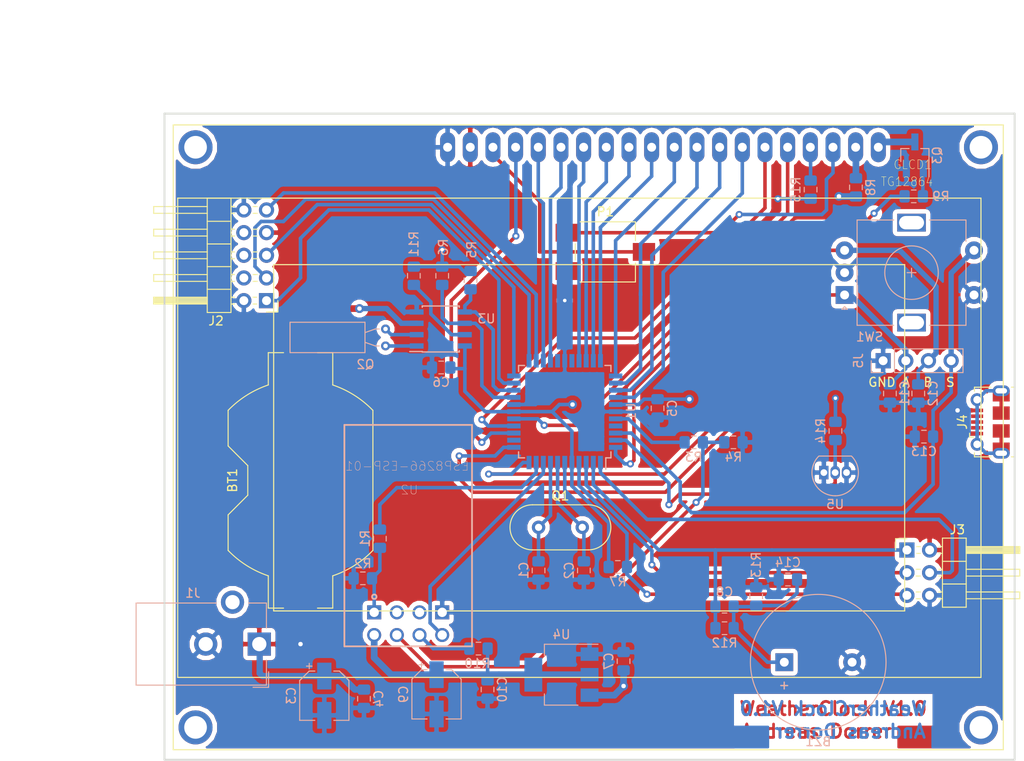
<source format=kicad_pcb>
(kicad_pcb (version 20171130) (host pcbnew "(5.0.1)-3")
  (layers (0 F.Cu signal) (31 B.Cu signal) (34 B.Paste user) (35 F.Paste user) (36 B.SilkS user) (37 F.SilkS user) (38 B.Mask user) (39 F.Mask user) (44 Edge.Cuts user))
  (net 0 "")
  (net 1 "Net-(U1-Pad9)")
  (net 2 "Net-(U1-Pad27)")
  (net 3 "Net-(U1-Pad29)")
  (net 4 "Net-(U2-Pad3)")
  (net 5 GND)
  (net 6 "Net-(C2-Pad1)")
  (net 7 "Net-(C1-Pad1)")
  (net 8 +5V)
  (net 9 "Net-(R1-Pad1)")
  (net 10 "Net-(R3-Pad1)")
  (net 11 "Net-(R1-Pad2)")
  (net 12 "Net-(R3-Pad2)")
  (net 13 +3V3)
  (net 14 "Net-(Q3-Pad1)")
  (net 15 "Net-(R9-Pad2)")
  (net 16 "Net-(J3-Pad5)")
  (net 17 "Net-(R6-Pad2)")
  (net 18 "Net-(R5-Pad2)")
  (net 19 "Net-(R11-Pad2)")
  (net 20 "Net-(Q2-Pad1)")
  (net 21 "Net-(Q2-Pad2)")
  (net 22 +BATT)
  (net 23 "Net-(J3-Pad4)")
  (net 24 "Net-(J3-Pad3)")
  (net 25 "Net-(J2-Pad1)")
  (net 26 "Net-(J2-Pad5)")
  (net 27 "Net-(J2-Pad3)")
  (net 28 "Net-(J2-Pad9)")
  (net 29 "Net-(U2-Pad2)")
  (net 30 "Net-(J2-Pad4)")
  (net 31 "Net-(J2-Pad6)")
  (net 32 "Net-(J2-Pad8)")
  (net 33 "Net-(J4-Pad6)")
  (net 34 "Net-(J4-Pad2)")
  (net 35 "Net-(J4-Pad4)")
  (net 36 "Net-(J4-Pad3)")
  (net 37 "Net-(BZ1-Pad1)")
  (net 38 "Net-(C8-Pad2)")
  (net 39 "Net-(GLCD1-PadP$3)")
  (net 40 "Net-(GLCD1-PadP$4)")
  (net 41 "Net-(GLCD1-PadP$5)")
  (net 42 "Net-(GLCD1-PadP$6)")
  (net 43 "Net-(GLCD1-PadP$7)")
  (net 44 "Net-(GLCD1-PadP$8)")
  (net 45 "Net-(GLCD1-PadP$9)")
  (net 46 "Net-(GLCD1-PadP$10)")
  (net 47 "Net-(GLCD1-PadP$11)")
  (net 48 "Net-(GLCD1-PadP$12)")
  (net 49 "Net-(GLCD1-PadP$13)")
  (net 50 "Net-(GLCD1-PadP$14)")
  (net 51 "Net-(GLCD1-PadP$17)")
  (net 52 "Net-(GLCD1-PadP$18)")
  (net 53 "Net-(GLCD1-PadP$19)")
  (net 54 "Net-(GLCD1-PadP$20)")
  (net 55 "Net-(U1-Pad41)")
  (net 56 "Net-(U1-Pad13)")
  (net 57 "Net-(R10-Pad2)")
  (net 58 "Net-(C13-Pad2)")
  (net 59 "Net-(C12-Pad2)")
  (net 60 "Net-(C11-Pad2)")
  (net 61 "Net-(R14-Pad2)")
  (net 62 CS2)
  (net 63 CS1)
  (module Capacitor_SMD:C_0805_2012Metric_Pad1.15x1.40mm_HandSolder (layer B.Cu) (at 166.37 115.697)
    (fp_text reference C14 (at 0 -1.905) (layer B.SilkS) (effects (justify mirror)))
    (fp_text value 22pf)
    (pad 1 smd roundrect (at -1.025 0) (size 1.15 1.4) (layers B.Cu B.Paste B.Mask) (roundrect_rratio 0.217391) (net 5 GND))
    (pad 2 smd roundrect (at 1.025 0) (size 1.15 1.4) (layers B.Cu B.Paste B.Mask) (roundrect_rratio 0.217391) (net 37 "Net-(BZ1-Pad1)"))
  )
  (module GLCD:GLCD_NEW (layer F.Cu) (at 190.5 64.77 180)
    (fp_text reference GLCD1 (at 10.16 -4.445 180) (layer F.SilkS) (effects (font (size 1 0.9) (thickness 0.05))))
    (fp_text value TG12864 (at 10.795 -6.35 180) (layer F.SilkS) (effects (font (size 1 0.9) (thickness 0.05))))
    (pad P$24 thru_hole circle (at 2.5 -67.5 180) (size 3.81 3.81) (drill 2.54) (layers *.Cu *.Mask))
    (pad P$23 thru_hole circle (at 90.5 -67.5 180) (size 3.81 3.81) (drill 2.54) (layers *.Cu *.Mask))
    (pad P$22 thru_hole circle (at 90.5 -2.5 180) (size 3.81 3.81) (drill 2.54) (layers *.Cu *.Mask))
    (pad P$21 thru_hole circle (at 2.5 -2.5 180) (size 3.81 3.81) (drill 2.54) (layers *.Cu *.Mask))
    (pad P$1 thru_hole oval (at 62.26 -2.5 90) (size 3.3528 1.6764) (drill 1) (layers *.Cu *.Mask) (net 5 GND))
    (pad P$2 thru_hole oval (at 59.72 -2.5 90) (size 3.3528 1.6764) (drill 1) (layers *.Cu *.Mask) (net 8 +5V))
    (pad P$3 thru_hole oval (at 57.18 -2.5 90) (size 3.3528 1.6764) (drill 1) (layers *.Cu *.Mask) (net 39 "Net-(GLCD1-PadP$3)"))
    (pad P$4 thru_hole oval (at 54.64 -2.5 90) (size 3.3528 1.6764) (drill 1) (layers *.Cu *.Mask) (net 40 "Net-(GLCD1-PadP$4)"))
    (pad P$5 thru_hole oval (at 52.1 -2.5 90) (size 3.3528 1.6764) (drill 1) (layers *.Cu *.Mask) (net 41 "Net-(GLCD1-PadP$5)"))
    (pad P$6 thru_hole oval (at 49.56 -2.5 90) (size 3.3528 1.6764) (drill 1) (layers *.Cu *.Mask) (net 42 "Net-(GLCD1-PadP$6)"))
    (pad P$7 thru_hole oval (at 47.02 -2.5 90) (size 3.3528 1.6764) (drill 1) (layers *.Cu *.Mask) (net 43 "Net-(GLCD1-PadP$7)"))
    (pad P$8 thru_hole oval (at 44.48 -2.5 90) (size 3.3528 1.6764) (drill 1) (layers *.Cu *.Mask) (net 44 "Net-(GLCD1-PadP$8)"))
    (pad P$9 thru_hole oval (at 41.94 -2.5 90) (size 3.3528 1.6764) (drill 1) (layers *.Cu *.Mask) (net 45 "Net-(GLCD1-PadP$9)"))
    (pad P$10 thru_hole oval (at 39.4 -2.5 90) (size 3.3528 1.6764) (drill 1) (layers *.Cu *.Mask) (net 46 "Net-(GLCD1-PadP$10)"))
    (pad P$11 thru_hole oval (at 36.86 -2.5 90) (size 3.3528 1.6764) (drill 1) (layers *.Cu *.Mask) (net 47 "Net-(GLCD1-PadP$11)"))
    (pad P$12 thru_hole oval (at 34.32 -2.5 90) (size 3.3528 1.6764) (drill 1) (layers *.Cu *.Mask) (net 48 "Net-(GLCD1-PadP$12)"))
    (pad P$13 thru_hole oval (at 31.78 -2.5 90) (size 3.3528 1.6764) (drill 1) (layers *.Cu *.Mask) (net 49 "Net-(GLCD1-PadP$13)"))
    (pad P$14 thru_hole oval (at 29.24 -2.5 90) (size 3.3528 1.6764) (drill 1) (layers *.Cu *.Mask) (net 50 "Net-(GLCD1-PadP$14)"))
    (pad P$15 thru_hole oval (at 26.7 -2.5 90) (size 3.3528 1.6764) (drill 1) (layers *.Cu *.Mask) (net 63 CS1))
    (pad P$16 thru_hole oval (at 24.16 -2.5 90) (size 3.3528 1.6764) (drill 1) (layers *.Cu *.Mask) (net 62 CS2))
    (pad P$17 thru_hole oval (at 21.62 -2.5 90) (size 3.3528 1.6764) (drill 1) (layers *.Cu *.Mask) (net 51 "Net-(GLCD1-PadP$17)"))
    (pad P$18 thru_hole oval (at 19.08 -2.5 90) (size 3.3528 1.6764) (drill 1) (layers *.Cu *.Mask) (net 52 "Net-(GLCD1-PadP$18)"))
    (pad P$19 thru_hole oval (at 16.54 -2.5 90) (size 3.3528 1.6764) (drill 1) (layers *.Cu *.Mask) (net 53 "Net-(GLCD1-PadP$19)"))
    (pad P$20 thru_hole oval (at 14 -2.5 90) (size 3.3528 1.6764) (drill 1) (layers *.Cu *.Mask) (net 54 "Net-(GLCD1-PadP$20)"))
  )
  (module Package_TO_SOT_SMD:SOT-23_Handsoldering (layer B.Cu) (at 180.594 68.175 90)
    (fp_text reference Q3 (at 0 2.5 90) (layer B.SilkS) (effects (justify mirror)))
    (fp_text value BC848)
    (pad 3 smd rect (at 1.5 0 90) (size 1.9 0.8) (layers B.Cu B.Paste B.Mask) (net 54 "Net-(GLCD1-PadP$20)"))
    (pad 2 smd rect (at -1.5 -0.95 90) (size 1.9 0.8) (layers B.Cu B.Paste B.Mask) (net 5 GND))
    (pad 1 smd rect (at -1.5 0.95 90) (size 1.9 0.8) (layers B.Cu B.Paste B.Mask) (net 14 "Net-(Q3-Pad1)"))
  )
  (module Connector_PinHeader_2.54mm:PinHeader_2x03_P2.54mm_Horizontal (layer F.Cu) (at 179.705 112.395)
    (fp_text reference J3 (at 5.655 -2.27) (layer F.SilkS))
    (fp_text value AVR-ISP)
    (pad 6 thru_hole oval (at 2.54 5.08) (size 1.7 1.7) (drill 1) (layers *.Cu *.Mask) (net 5 GND))
    (pad 5 thru_hole oval (at 0 5.08) (size 1.7 1.7) (drill 1) (layers *.Cu *.Mask) (net 16 "Net-(J3-Pad5)"))
    (pad 4 thru_hole oval (at 2.54 2.54) (size 1.7 1.7) (drill 1) (layers *.Cu *.Mask) (net 23 "Net-(J3-Pad4)"))
    (pad 3 thru_hole oval (at 0 2.54) (size 1.7 1.7) (drill 1) (layers *.Cu *.Mask) (net 24 "Net-(J3-Pad3)"))
    (pad 2 thru_hole oval (at 2.54 0) (size 1.7 1.7) (drill 1) (layers *.Cu *.Mask) (net 8 +5V))
    (pad 1 thru_hole rect (at 0 0) (size 1.7 1.7) (drill 1) (layers *.Cu *.Mask) (net 38 "Net-(C8-Pad2)"))
  )
  (module Resistor_SMD:R_0805_2012Metric_Pad1.15x1.40mm_HandSolder (layer B.Cu) (at 168.91 72.018 270)
    (fp_text reference R15 (at 0 1.65 270) (layer B.SilkS) (effects (justify mirror)))
    (fp_text value 100k)
    (pad 2 smd roundrect (at 1.025 0 270) (size 1.15 1.4) (layers B.Cu B.Paste B.Mask) (roundrect_rratio 0.217391) (net 8 +5V))
    (pad 1 smd roundrect (at -1.025 0 270) (size 1.15 1.4) (layers B.Cu B.Paste B.Mask) (roundrect_rratio 0.217391) (net 51 "Net-(GLCD1-PadP$17)"))
  )
  (module Potentiometer_SMD:Potentiometer_ACP_CA6-VSMD_Vertical (layer F.Cu) (at 145.916 78.994)
    (fp_text reference P1 (at 0 -4.5) (layer F.SilkS))
    (fp_text value 100k)
    (pad 1 smd rect (at -4.325 2.15) (size 2.5 2) (layers F.Cu F.Paste F.Mask) (net 5 GND))
    (pad 2 smd rect (at 4.325 0) (size 2.5 2) (layers F.Cu F.Paste F.Mask) (net 39 "Net-(GLCD1-PadP$3)"))
    (pad 3 smd rect (at -4.325 -2.15) (size 2.5 2) (layers F.Cu F.Paste F.Mask) (net 52 "Net-(GLCD1-PadP$18)"))
  )
  (module Package_TO_SOT_THT:TO-92_Inline (layer B.Cu) (at 170.395001 103.720001)
    (fp_text reference U5 (at 1.27 3.56) (layer B.SilkS) (effects (justify mirror)))
    (fp_text value DS18S20)
    (pad 1 thru_hole rect (at 0 0) (size 1.05 1.5) (drill 0.75) (layers *.Cu *.Mask) (net 5 GND))
    (pad 3 thru_hole oval (at 2.54 0) (size 1.05 1.5) (drill 0.75) (layers *.Cu *.Mask) (net 5 GND))
    (pad 2 thru_hole oval (at 1.27 0) (size 1.05 1.5) (drill 0.75) (layers *.Cu *.Mask) (net 61 "Net-(R14-Pad2)"))
  )
  (module Resistor_SMD:R_0805_2012Metric_Pad1.15x1.40mm_HandSolder (layer B.Cu) (at 171.695 99.06 270)
    (fp_text reference R14 (at 0 1.65 270) (layer B.SilkS) (effects (justify mirror)))
    (fp_text value 4k7)
    (pad 2 smd roundrect (at 1.025 0 270) (size 1.15 1.4) (layers B.Cu B.Paste B.Mask) (roundrect_rratio 0.217391) (net 61 "Net-(R14-Pad2)"))
    (pad 1 smd roundrect (at -1.025 0 270) (size 1.15 1.4) (layers B.Cu B.Paste B.Mask) (roundrect_rratio 0.217391) (net 8 +5V))
  )
  (module Buzzer_Beeper:Buzzer_15x7.5RM7.6 (layer B.Cu) (at 165.964 124.968)
    (fp_text reference BZ1 (at 3.81 8.89) (layer B.SilkS) (effects (justify mirror)))
    (fp_text value Buzzer)
    (fp_text user + (at -0.01 2.54) (layer B.SilkS) (effects (justify mirror)))
    (pad 2 thru_hole circle (at 7.6 0) (size 2 2) (drill 1) (layers *.Cu *.Mask) (net 5 GND))
    (pad 1 thru_hole rect (at 0 0) (size 2 2) (drill 1) (layers *.Cu *.Mask) (net 37 "Net-(BZ1-Pad1)"))
  )
  (module Capacitor_SMD:CP_Elec_5x5.8 (layer B.Cu) (at 114.425568 128.720126 270)
    (fp_text reference C3 (at 0 3.7 270) (layer B.SilkS) (effects (justify mirror)))
    (fp_text value 47u)
    (pad 2 smd rect (at 2.2 0 270) (size 3 1.6) (layers B.Cu B.Paste B.Mask) (net 5 GND))
    (pad 1 smd rect (at -2.2 0 270) (size 3 1.6) (layers B.Cu B.Paste B.Mask) (net 8 +5V))
  )
  (module Capacitor_SMD:CP_Elec_5x5.8 (layer B.Cu) (at 127 128.565 270)
    (fp_text reference C9 (at 0 3.7 270) (layer B.SilkS) (effects (justify mirror)))
    (fp_text value 47u)
    (pad 2 smd rect (at 2.2 0 270) (size 3 1.6) (layers B.Cu B.Paste B.Mask) (net 5 GND))
    (pad 1 smd rect (at -2.2 0 270) (size 3 1.6) (layers B.Cu B.Paste B.Mask) (net 13 +3V3))
  )
  (module Capacitor_SMD:C_0805_2012Metric_Pad1.15x1.40mm_HandSolder (layer B.Cu) (at 181.61 99.695)
    (fp_text reference C13 (at 0 1.65) (layer B.SilkS) (effects (justify mirror)))
    (fp_text value 100nF)
    (pad 2 smd roundrect (at 1.025 0) (size 1.15 1.4) (layers B.Cu B.Paste B.Mask) (roundrect_rratio 0.217391) (net 58 "Net-(C13-Pad2)"))
    (pad 1 smd roundrect (at -1.025 0) (size 1.15 1.4) (layers B.Cu B.Paste B.Mask) (roundrect_rratio 0.217391) (net 5 GND))
  )
  (module Capacitor_SMD:C_0805_2012Metric_Pad1.15x1.40mm_HandSolder (layer B.Cu) (at 180.975 94.86 90)
    (fp_text reference C12 (at 0 1.65 90) (layer B.SilkS) (effects (justify mirror)))
    (fp_text value 100nF)
    (pad 2 smd roundrect (at 1.025 0 90) (size 1.15 1.4) (layers B.Cu B.Paste B.Mask) (roundrect_rratio 0.217391) (net 59 "Net-(C12-Pad2)"))
    (pad 1 smd roundrect (at -1.025 0 90) (size 1.15 1.4) (layers B.Cu B.Paste B.Mask) (roundrect_rratio 0.217391) (net 5 GND))
  )
  (module Capacitor_SMD:C_0805_2012Metric_Pad1.15x1.40mm_HandSolder (layer B.Cu) (at 177.8 94.86 90)
    (fp_text reference C11 (at 0 1.65 90) (layer B.SilkS) (effects (justify mirror)))
    (fp_text value 100nF)
    (pad 2 smd roundrect (at 1.025 0 90) (size 1.15 1.4) (layers B.Cu B.Paste B.Mask) (roundrect_rratio 0.217391) (net 60 "Net-(C11-Pad2)"))
    (pad 1 smd roundrect (at -1.025 0 90) (size 1.15 1.4) (layers B.Cu B.Paste B.Mask) (roundrect_rratio 0.217391) (net 5 GND))
  )
  (module Resistor_SMD:R_0805_2012Metric_Pad1.15x1.40mm_HandSolder (layer B.Cu) (at 131.699 123.444 180)
    (fp_text reference R10 (at 0.127 -1.651 180) (layer B.SilkS) (effects (justify mirror)))
    (fp_text value 10k)
    (pad 2 smd roundrect (at 1.025 0 180) (size 1.15 1.4) (layers B.Cu B.Paste B.Mask) (roundrect_rratio 0.217391) (net 57 "Net-(R10-Pad2)"))
    (pad 1 smd roundrect (at -1.025 0 180) (size 1.15 1.4) (layers B.Cu B.Paste B.Mask) (roundrect_rratio 0.217391) (net 13 +3V3))
  )
  (module Rotary_Encoder:RotaryEncoder_Alps_EC11E-Switch_Vertical_H20mm (layer B.Cu) (at 172.72 83.82)
    (fp_text reference SW1 (at 2.8 4.7) (layer B.SilkS) (effects (justify mirror)))
    (fp_text value Rotary_Encoder_Switch)
    (pad A thru_hole rect (at 0 0) (size 2 2) (drill 1) (layers *.Cu *.Mask) (net 60 "Net-(C11-Pad2)"))
    (pad C thru_hole circle (at 0 -2.5) (size 2 2) (drill 1) (layers *.Cu *.Mask) (net 5 GND))
    (pad B thru_hole circle (at 0 -5) (size 2 2) (drill 1) (layers *.Cu *.Mask) (net 59 "Net-(C12-Pad2)"))
    (pad MP thru_hole rect (at 7.5 3.1) (size 3.2 2) (drill oval 2.8 1.5) (layers *.Cu *.Mask))
    (pad MP thru_hole rect (at 7.5 -8.1) (size 3.2 2) (drill oval 2.8 1.5) (layers *.Cu *.Mask))
    (pad S2 thru_hole circle (at 14.5 0) (size 2 2) (drill 1) (layers *.Cu *.Mask) (net 5 GND))
    (pad S1 thru_hole circle (at 14.5 -5) (size 2 2) (drill 1) (layers *.Cu *.Mask) (net 58 "Net-(C13-Pad2)"))
  )
  (module Package_TO_SOT_SMD:SOT-223-3_TabPin2 (layer B.Cu) (at 140.995 126.365 180)
    (fp_text reference U4 (at 0 4.5 180) (layer B.SilkS) (effects (justify mirror)))
    (fp_text value LM1117-3.3)
    (pad 1 smd rect (at -3.15 2.3 180) (size 2 1.5) (layers B.Cu B.Paste B.Mask) (net 5 GND))
    (pad 3 smd rect (at -3.15 -2.3 180) (size 2 1.5) (layers B.Cu B.Paste B.Mask) (net 8 +5V))
    (pad 2 smd rect (at -3.15 0 180) (size 2 1.5) (layers B.Cu B.Paste B.Mask) (net 13 +3V3))
    (pad 2 smd rect (at 3.15 0 180) (size 2 3.8) (layers B.Cu B.Paste B.Mask) (net 13 +3V3))
  )
  (module Capacitor_SMD:C_0805_2012Metric_Pad1.15x1.40mm_HandSolder (layer B.Cu) (at 132.715 128.025 90)
    (fp_text reference C10 (at 0 1.65 90) (layer B.SilkS) (effects (justify mirror)))
    (fp_text value 100nF)
    (pad 2 smd roundrect (at 1.025 0 90) (size 1.15 1.4) (layers B.Cu B.Paste B.Mask) (roundrect_rratio 0.217391) (net 13 +3V3))
    (pad 1 smd roundrect (at -1.025 0 90) (size 1.15 1.4) (layers B.Cu B.Paste B.Mask) (roundrect_rratio 0.217391) (net 5 GND))
  )
  (module Capacitor_SMD:C_0805_2012Metric_Pad1.15x1.40mm_HandSolder (layer B.Cu) (at 147.955 124.85 270)
    (fp_text reference C7 (at 0 1.65 270) (layer B.SilkS) (effects (justify mirror)))
    (fp_text value 100nF)
    (pad 2 smd roundrect (at 1.025 0 270) (size 1.15 1.4) (layers B.Cu B.Paste B.Mask) (roundrect_rratio 0.217391) (net 8 +5V))
    (pad 1 smd roundrect (at -1.025 0 270) (size 1.15 1.4) (layers B.Cu B.Paste B.Mask) (roundrect_rratio 0.217391) (net 5 GND))
  )
  (module Battery:BatteryHolder_Keystone_1058_1x2032 (layer F.Cu) (at 111.76 104.596 270)
    (fp_text reference BT1 (at 0 7.62 270) (layer F.SilkS))
    (fp_text value Battery_Cell)
    (pad 2 smd rect (at 14.68 0 270) (size 2.54 3.51) (layers F.Cu F.Paste F.Mask) (net 5 GND))
    (pad 1 smd rect (at -14.68 0 270) (size 2.54 3.51) (layers F.Cu F.Paste F.Mask) (net 22 +BATT))
  )
  (module Capacitor_SMD:C_0805_2012Metric_Pad1.15x1.40mm_HandSolder (layer B.Cu) (at 159.267 118.745 180)
    (fp_text reference C8 (at 0 1.65 180) (layer B.SilkS) (effects (justify mirror)))
    (fp_text value 22pf)
    (pad 2 smd roundrect (at 1.025 0 180) (size 1.15 1.4) (layers B.Cu B.Paste B.Mask) (roundrect_rratio 0.217391) (net 38 "Net-(C8-Pad2)"))
    (pad 1 smd roundrect (at -1.025 0 180) (size 1.15 1.4) (layers B.Cu B.Paste B.Mask) (roundrect_rratio 0.217391) (net 37 "Net-(BZ1-Pad1)"))
  )
  (module Connector_PinSocket_2.54mm:PinSocket_1x04_P2.54mm_Vertical (layer B.Cu) (at 177.038 91.186 270)
    (fp_text reference J5 (at 0 2.77 270) (layer B.SilkS) (effects (justify mirror)))
    (fp_text value Conn_01x04_Male)
    (pad 4 thru_hole oval (at 0 -7.62 270) (size 1.7 1.7) (drill 1) (layers *.Cu *.Mask) (net 58 "Net-(C13-Pad2)"))
    (pad 3 thru_hole oval (at 0 -5.08 270) (size 1.7 1.7) (drill 1) (layers *.Cu *.Mask) (net 59 "Net-(C12-Pad2)"))
    (pad 2 thru_hole oval (at 0 -2.54 270) (size 1.7 1.7) (drill 1) (layers *.Cu *.Mask) (net 60 "Net-(C11-Pad2)"))
    (pad 1 thru_hole rect (at 0 0 270) (size 1.7 1.7) (drill 1) (layers *.Cu *.Mask) (net 5 GND))
  )
  (module Resistor_SMD:R_0805_2012Metric_Pad1.15x1.40mm_HandSolder (layer B.Cu) (at 159.267 121.158)
    (fp_text reference R12 (at 0 1.65) (layer B.SilkS) (effects (justify mirror)))
    (fp_text value R)
    (pad 2 smd roundrect (at 1.025 0) (size 1.15 1.4) (layers B.Cu B.Paste B.Mask) (roundrect_rratio 0.217391) (net 37 "Net-(BZ1-Pad1)"))
    (pad 1 smd roundrect (at -1.025 0) (size 1.15 1.4) (layers B.Cu B.Paste B.Mask) (roundrect_rratio 0.217391) (net 38 "Net-(C8-Pad2)"))
  )
  (module Resistor_SMD:R_0805_2012Metric_Pad1.15x1.40mm_HandSolder (layer B.Cu) (at 162.814 117.602 90)
    (fp_text reference R13 (at 3.556 0 90) (layer B.SilkS) (effects (justify mirror)))
    (fp_text value R)
    (pad 2 smd roundrect (at 1.025 0 90) (size 1.15 1.4) (layers B.Cu B.Paste B.Mask) (roundrect_rratio 0.217391) (net 5 GND))
    (pad 1 smd roundrect (at -1.025 0 90) (size 1.15 1.4) (layers B.Cu B.Paste B.Mask) (roundrect_rratio 0.217391) (net 37 "Net-(BZ1-Pad1)"))
  )
  (module Connector_USB:USB_Micro-B_Molex-105017-0001 (layer F.Cu) (at 189.031879 98.054463 90)
    (fp_text reference J4 (at 0 -3.1125 90) (layer F.SilkS))
    (fp_text value USB_B_Micro)
    (pad 6 smd rect (at -2.9 1.2375 90) (size 1.2 1.9) (layers F.Cu F.Mask) (net 33 "Net-(J4-Pad6)"))
    (pad 6 smd rect (at 2.9 1.2375 90) (size 1.2 1.9) (layers F.Cu F.Mask) (net 33 "Net-(J4-Pad6)"))
    (pad 6 thru_hole oval (at 3.5 1.2375 90) (size 1.2 1.9) (drill oval 0.6 1.3) (layers *.Cu *.Mask) (net 33 "Net-(J4-Pad6)"))
    (pad 6 thru_hole oval (at -3.5 1.2375 270) (size 1.2 1.9) (drill oval 0.6 1.3) (layers *.Cu *.Mask) (net 33 "Net-(J4-Pad6)"))
    (pad 6 smd rect (at -1 1.2375 90) (size 1.5 1.9) (layers F.Cu F.Paste F.Mask) (net 33 "Net-(J4-Pad6)"))
    (pad 6 thru_hole circle (at 2.5 -1.4625 90) (size 1.45 1.45) (drill 0.85) (layers *.Cu *.Mask) (net 33 "Net-(J4-Pad6)"))
    (pad 3 smd rect (at 0 -1.4625 90) (size 0.4 1.35) (layers F.Cu F.Paste F.Mask) (net 36 "Net-(J4-Pad3)"))
    (pad 4 smd rect (at 0.65 -1.4625 90) (size 0.4 1.35) (layers F.Cu F.Paste F.Mask) (net 35 "Net-(J4-Pad4)"))
    (pad 5 smd rect (at 1.3 -1.4625 90) (size 0.4 1.35) (layers F.Cu F.Paste F.Mask) (net 5 GND))
    (pad 1 smd rect (at -1.3 -1.4625 90) (size 0.4 1.35) (layers F.Cu F.Paste F.Mask) (net 8 +5V))
    (pad 2 smd rect (at -0.65 -1.4625 90) (size 0.4 1.35) (layers F.Cu F.Paste F.Mask) (net 34 "Net-(J4-Pad2)"))
    (pad 6 thru_hole circle (at -2.5 -1.4625 90) (size 1.45 1.45) (drill 0.85) (layers *.Cu *.Mask) (net 33 "Net-(J4-Pad6)"))
    (pad 6 smd rect (at 1 1.2375 90) (size 1.5 1.9) (layers F.Cu F.Paste F.Mask) (net 33 "Net-(J4-Pad6)"))
  )
  (module Capacitor_SMD:C_0805_2012Metric_Pad1.15x1.40mm_HandSolder (layer B.Cu) (at 151.765 96.52 90)
    (fp_text reference C5 (at 0 1.65 90) (layer B.SilkS) (effects (justify mirror)))
    (fp_text value 100nF)
    (pad 2 smd roundrect (at 1.025 0 90) (size 1.15 1.4) (layers B.Cu B.Paste B.Mask) (roundrect_rratio 0.217391) (net 8 +5V))
    (pad 1 smd roundrect (at -1.025 0 90) (size 1.15 1.4) (layers B.Cu B.Paste B.Mask) (roundrect_rratio 0.217391) (net 5 GND))
  )
  (module Capacitor_SMD:C_0805_2012Metric_Pad1.15x1.40mm_HandSolder (layer B.Cu) (at 118.870568 129.060126 90)
    (fp_text reference C4 (at 0 1.65 90) (layer B.SilkS) (effects (justify mirror)))
    (fp_text value 100nF)
    (pad 2 smd roundrect (at 1.025 0 90) (size 1.15 1.4) (layers B.Cu B.Paste B.Mask) (roundrect_rratio 0.217391) (net 8 +5V))
    (pad 1 smd roundrect (at -1.025 0 90) (size 1.15 1.4) (layers B.Cu B.Paste B.Mask) (roundrect_rratio 0.217391) (net 5 GND))
  )
  (module Capacitor_SMD:C_0805_2012Metric_Pad1.15x1.40mm_HandSolder (layer B.Cu) (at 127.517 91.948)
    (fp_text reference C6 (at 0 1.65) (layer B.SilkS) (effects (justify mirror)))
    (fp_text value 100nF)
    (pad 2 smd roundrect (at 1.025 0) (size 1.15 1.4) (layers B.Cu B.Paste B.Mask) (roundrect_rratio 0.217391) (net 8 +5V))
    (pad 1 smd roundrect (at -1.025 0) (size 1.15 1.4) (layers B.Cu B.Paste B.Mask) (roundrect_rratio 0.217391) (net 5 GND))
  )
  (module Connector_BarrelJack:BarrelJack_CUI_PJ-102AH_Horizontal (layer B.Cu) (at 107.14 122.937 90)
    (fp_text reference J1 (at 5.716 -7.445) (layer B.SilkS) (effects (justify mirror)))
    (fp_text value Jack-DC)
    (pad 3 thru_hole circle (at 4.7 -3 90) (size 2.6 2.6) (drill 1.6) (layers *.Cu *.Mask))
    (pad 2 thru_hole circle (at 0 -6 90) (size 2.6 2.6) (drill 1.6) (layers *.Cu *.Mask) (net 5 GND))
    (pad 1 thru_hole rect (at 0 0 90) (size 2.6 2.6) (drill 1.6) (layers *.Cu *.Mask) (net 8 +5V))
  )
  (module Connector_PinHeader_2.54mm:PinHeader_2x05_P2.54mm_Horizontal (layer F.Cu) (at 107.95 84.455 180)
    (fp_text reference J2 (at 5.655 -2.27 180) (layer F.SilkS))
    (fp_text value AVR-JTAG)
    (pad 10 thru_hole oval (at 2.54 10.16 180) (size 1.7 1.7) (drill 1) (layers *.Cu *.Mask) (net 5 GND))
    (pad 9 thru_hole oval (at 0 10.16 180) (size 1.7 1.7) (drill 1) (layers *.Cu *.Mask) (net 28 "Net-(J2-Pad9)"))
    (pad 8 thru_hole oval (at 2.54 7.62 180) (size 1.7 1.7) (drill 1) (layers *.Cu *.Mask) (net 32 "Net-(J2-Pad8)"))
    (pad 7 thru_hole oval (at 0 7.62 180) (size 1.7 1.7) (drill 1) (layers *.Cu *.Mask) (net 8 +5V))
    (pad 6 thru_hole oval (at 2.54 5.08 180) (size 1.7 1.7) (drill 1) (layers *.Cu *.Mask) (net 31 "Net-(J2-Pad6)"))
    (pad 5 thru_hole oval (at 0 5.08 180) (size 1.7 1.7) (drill 1) (layers *.Cu *.Mask) (net 26 "Net-(J2-Pad5)"))
    (pad 4 thru_hole oval (at 2.54 2.54 180) (size 1.7 1.7) (drill 1) (layers *.Cu *.Mask) (net 30 "Net-(J2-Pad4)"))
    (pad 3 thru_hole oval (at 0 2.54 180) (size 1.7 1.7) (drill 1) (layers *.Cu *.Mask) (net 27 "Net-(J2-Pad3)"))
    (pad 2 thru_hole oval (at 2.54 0 180) (size 1.7 1.7) (drill 1) (layers *.Cu *.Mask) (net 5 GND))
    (pad 1 thru_hole rect (at 0 0 180) (size 1.7 1.7) (drill 1) (layers *.Cu *.Mask) (net 25 "Net-(J2-Pad1)"))
  )
  (module Crystal:Crystal_C38-LF_D3.0mm_L8.0mm_Horizontal (layer B.Cu) (at 121.285 89.53 90)
    (fp_text reference Q2 (at -2.07 -2.25) (layer B.SilkS) (effects (justify mirror)))
    (fp_text value 32.768kHz)
    (pad 2 thru_hole circle (at 1.9 0 90) (size 1 1) (drill 0.5) (layers *.Cu *.Mask) (net 21 "Net-(Q2-Pad2)"))
    (pad 1 thru_hole circle (at 0 0 90) (size 1 1) (drill 0.5) (layers *.Cu *.Mask) (net 20 "Net-(Q2-Pad1)"))
  )
  (module Package_SO:SOIC-8_3.9x4.9mm_P1.27mm (layer B.Cu) (at 127.475 87.63)
    (fp_text reference U3 (at 5.113 -1.143) (layer B.SilkS) (effects (justify mirror)))
    (fp_text value DS1307+)
    (pad 8 smd rect (at 2.7 1.905) (size 1.55 0.6) (layers B.Cu B.Paste B.Mask) (net 8 +5V))
    (pad 7 smd rect (at 2.7 0.635) (size 1.55 0.6) (layers B.Cu B.Paste B.Mask) (net 19 "Net-(R11-Pad2)"))
    (pad 6 smd rect (at 2.7 -0.635) (size 1.55 0.6) (layers B.Cu B.Paste B.Mask) (net 17 "Net-(R6-Pad2)"))
    (pad 5 smd rect (at 2.7 -1.905) (size 1.55 0.6) (layers B.Cu B.Paste B.Mask) (net 18 "Net-(R5-Pad2)"))
    (pad 4 smd rect (at -2.7 -1.905) (size 1.55 0.6) (layers B.Cu B.Paste B.Mask) (net 5 GND))
    (pad 3 smd rect (at -2.7 -0.635) (size 1.55 0.6) (layers B.Cu B.Paste B.Mask) (net 22 +BATT))
    (pad 2 smd rect (at -2.7 0.635) (size 1.55 0.6) (layers B.Cu B.Paste B.Mask) (net 21 "Net-(Q2-Pad2)"))
    (pad 1 smd rect (at -2.7 1.905) (size 1.55 0.6) (layers B.Cu B.Paste B.Mask) (net 20 "Net-(Q2-Pad1)"))
  )
  (module Resistor_SMD:R_0805_2012Metric_Pad1.15x1.40mm_HandSolder (layer B.Cu) (at 124.46 81.67 270)
    (fp_text reference R11 (at -3.565 0 270) (layer B.SilkS) (effects (justify mirror)))
    (fp_text value 4.7k)
    (pad 2 smd roundrect (at 1.025 0 270) (size 1.15 1.4) (layers B.Cu B.Paste B.Mask) (roundrect_rratio 0.217391) (net 19 "Net-(R11-Pad2)"))
    (pad 1 smd roundrect (at -1.025 0 270) (size 1.15 1.4) (layers B.Cu B.Paste B.Mask) (roundrect_rratio 0.217391) (net 8 +5V))
  )
  (module Resistor_SMD:R_0805_2012Metric_Pad1.15x1.40mm_HandSolder (layer B.Cu) (at 130.81 82.16 270)
    (fp_text reference R5 (at -3.42 -0.127 270) (layer B.SilkS) (effects (justify mirror)))
    (fp_text value 4.7k)
    (pad 2 smd roundrect (at 1.025 0 270) (size 1.15 1.4) (layers B.Cu B.Paste B.Mask) (roundrect_rratio 0.217391) (net 18 "Net-(R5-Pad2)"))
    (pad 1 smd roundrect (at -1.025 0 270) (size 1.15 1.4) (layers B.Cu B.Paste B.Mask) (roundrect_rratio 0.217391) (net 8 +5V))
  )
  (module Resistor_SMD:R_0805_2012Metric_Pad1.15x1.40mm_HandSolder (layer B.Cu) (at 127.635 81.67 270)
    (fp_text reference R6 (at -3.184 -0.127 270) (layer B.SilkS) (effects (justify mirror)))
    (fp_text value 4.7k)
    (pad 2 smd roundrect (at 1.025 0 270) (size 1.15 1.4) (layers B.Cu B.Paste B.Mask) (roundrect_rratio 0.217391) (net 17 "Net-(R6-Pad2)"))
    (pad 1 smd roundrect (at -1.025 0 270) (size 1.15 1.4) (layers B.Cu B.Paste B.Mask) (roundrect_rratio 0.217391) (net 8 +5V))
  )
  (module Resistor_SMD:R_0805_2012Metric_Pad1.15x1.40mm_HandSolder (layer B.Cu) (at 147.311 114.3)
    (fp_text reference R7 (at 0 1.65) (layer B.SilkS) (effects (justify mirror)))
    (fp_text value 100k)
    (pad 2 smd roundrect (at 1.025 0) (size 1.15 1.4) (layers B.Cu B.Paste B.Mask) (roundrect_rratio 0.217391) (net 16 "Net-(J3-Pad5)"))
    (pad 1 smd roundrect (at -1.025 0) (size 1.15 1.4) (layers B.Cu B.Paste B.Mask) (roundrect_rratio 0.217391) (net 8 +5V))
  )
  (module Resistor_SMD:R_0805_2012Metric_Pad1.15x1.40mm_HandSolder (layer B.Cu) (at 173.99 71.764 90)
    (fp_text reference R8 (at 0 1.65 90) (layer B.SilkS) (effects (justify mirror)))
    (fp_text value 220)
    (pad 2 smd roundrect (at 1.025 0 90) (size 1.15 1.4) (layers B.Cu B.Paste B.Mask) (roundrect_rratio 0.217391) (net 53 "Net-(GLCD1-PadP$19)"))
    (pad 1 smd roundrect (at -1.025 0 90) (size 1.15 1.4) (layers B.Cu B.Paste B.Mask) (roundrect_rratio 0.217391) (net 8 +5V))
  )
  (module Resistor_SMD:R_0805_2012Metric_Pad1.15x1.40mm_HandSolder (layer B.Cu) (at 180.467 72.771 180)
    (fp_text reference R9 (at -3.048 0 180) (layer B.SilkS) (effects (justify mirror)))
    (fp_text value 1k)
    (pad 2 smd roundrect (at 1.025 0 180) (size 1.15 1.4) (layers B.Cu B.Paste B.Mask) (roundrect_rratio 0.217391) (net 15 "Net-(R9-Pad2)"))
    (pad 1 smd roundrect (at -1.025 0 180) (size 1.15 1.4) (layers B.Cu B.Paste B.Mask) (roundrect_rratio 0.217391) (net 14 "Net-(Q3-Pad1)"))
  )
  (module Resistor_SMD:R_0805_2012Metric_Pad1.15x1.40mm_HandSolder (layer B.Cu) (at 160.265 100.33)
    (fp_text reference R4 (at 0 1.65) (layer B.SilkS) (effects (justify mirror)))
    (fp_text value 10k)
    (pad 2 smd roundrect (at 1.025 0) (size 1.15 1.4) (layers B.Cu B.Paste B.Mask) (roundrect_rratio 0.217391) (net 5 GND))
    (pad 1 smd roundrect (at -1.025 0) (size 1.15 1.4) (layers B.Cu B.Paste B.Mask) (roundrect_rratio 0.217391) (net 12 "Net-(R3-Pad2)"))
  )
  (module Resistor_SMD:R_0805_2012Metric_Pad1.15x1.40mm_HandSolder (layer B.Cu) (at 155.82 100.33)
    (fp_text reference R3 (at 0 1.65) (layer B.SilkS) (effects (justify mirror)))
    (fp_text value 5k)
    (pad 2 smd roundrect (at 1.025 0) (size 1.15 1.4) (layers B.Cu B.Paste B.Mask) (roundrect_rratio 0.217391) (net 12 "Net-(R3-Pad2)"))
    (pad 1 smd roundrect (at -1.025 0) (size 1.15 1.4) (layers B.Cu B.Paste B.Mask) (roundrect_rratio 0.217391) (net 10 "Net-(R3-Pad1)"))
  )
  (module Resistor_SMD:R_0805_2012Metric_Pad1.15x1.40mm_HandSolder (layer B.Cu) (at 118.745 115.57 180)
    (fp_text reference R2 (at 0 1.65 180) (layer B.SilkS) (effects (justify mirror)))
    (fp_text value 10k)
    (pad 2 smd roundrect (at 1.025 0 180) (size 1.15 1.4) (layers B.Cu B.Paste B.Mask) (roundrect_rratio 0.217391) (net 5 GND))
    (pad 1 smd roundrect (at -1.025 0 180) (size 1.15 1.4) (layers B.Cu B.Paste B.Mask) (roundrect_rratio 0.217391) (net 11 "Net-(R1-Pad2)"))
  )
  (module Resistor_SMD:R_0805_2012Metric_Pad1.15x1.40mm_HandSolder (layer B.Cu) (at 120.65 111.125 270)
    (fp_text reference R1 (at 0 1.65 270) (layer B.SilkS) (effects (justify mirror)))
    (fp_text value 5k)
    (pad 2 smd roundrect (at 1.025 0 270) (size 1.15 1.4) (layers B.Cu B.Paste B.Mask) (roundrect_rratio 0.217391) (net 11 "Net-(R1-Pad2)"))
    (pad 1 smd roundrect (at -1.025 0 270) (size 1.15 1.4) (layers B.Cu B.Paste B.Mask) (roundrect_rratio 0.217391) (net 9 "Net-(R1-Pad1)"))
  )
  (module Crystal:Crystal_HC18-U_Vertical (layer F.Cu) (at 138.43 109.855)
    (fp_text reference Q1 (at 2.45 -3.525) (layer F.SilkS))
    (fp_text value 16MHz)
    (pad 2 thru_hole circle (at 4.9 0) (size 1.5 1.5) (drill 0.8) (layers *.Cu *.Mask) (net 6 "Net-(C2-Pad1)"))
    (pad 1 thru_hole circle (at 0 0) (size 1.5 1.5) (drill 0.8) (layers *.Cu *.Mask) (net 7 "Net-(C1-Pad1)"))
  )
  (module Capacitor_SMD:C_0805_2012Metric_Pad1.15x1.40mm_HandSolder (layer B.Cu) (at 143.51 114.69 270)
    (fp_text reference C2 (at 0 1.65 270) (layer B.SilkS) (effects (justify mirror)))
    (fp_text value 22pf)
    (pad 2 smd roundrect (at 1.025 0 270) (size 1.15 1.4) (layers B.Cu B.Paste B.Mask) (roundrect_rratio 0.217391) (net 5 GND))
    (pad 1 smd roundrect (at -1.025 0 270) (size 1.15 1.4) (layers B.Cu B.Paste B.Mask) (roundrect_rratio 0.217391) (net 6 "Net-(C2-Pad1)"))
  )
  (module Capacitor_SMD:C_0805_2012Metric_Pad1.15x1.40mm_HandSolder (layer B.Cu) (at 138.43 114.69 270)
    (fp_text reference C1 (at 0 1.65 270) (layer B.SilkS) (effects (justify mirror)))
    (fp_text value 22pF)
    (pad 2 smd roundrect (at 1.025 0 270) (size 1.15 1.4) (layers B.Cu B.Paste B.Mask) (roundrect_rratio 0.217391) (net 5 GND))
    (pad 1 smd roundrect (at -1.025 0 270) (size 1.15 1.4) (layers B.Cu B.Paste B.Mask) (roundrect_rratio 0.217391) (net 7 "Net-(C1-Pad1)"))
  )
  (module ESP8266-01_ESP-01:XCVR_ESP8266-01%2fESP-01 (layer B.Cu) (at 123.825 119.38 90)
    (fp_text reference U2 (at 13.716 0.127) (layer B.SilkS) (effects (font (size 1.00046 1.00046) (thickness 0.05)) (justify mirror)))
    (fp_text value ESP8266-ESP-01 (at 16.383 -0.127) (layer B.SilkS) (effects (font (size 1.00126 1.00126) (thickness 0.05)) (justify mirror)))
    (pad 8 thru_hole circle (at -2.54 -3.81 90) (size 1.575 1.575) (drill 1.05) (layers *.Cu *.Mask) (net 13 +3V3))
    (pad 7 thru_hole circle (at -2.54 -1.27 90) (size 1.575 1.575) (drill 1.05) (layers *.Cu *.Mask) (net 12 "Net-(R3-Pad2)"))
    (pad 6 thru_hole circle (at -2.54 1.27 90) (size 1.575 1.575) (drill 1.05) (layers *.Cu *.Mask) (net 57 "Net-(R10-Pad2)"))
    (pad 5 thru_hole circle (at -2.54 3.81 90) (size 1.575 1.575) (drill 1.05) (layers *.Cu *.Mask) (net 1 "Net-(U1-Pad9)"))
    (pad 4 thru_hole rect (at 0 3.81 90) (size 1.575 1.575) (drill 1.05) (layers *.Cu *.Mask) (net 5 GND))
    (pad 3 thru_hole circle (at 0 1.27 90) (size 1.575 1.575) (drill 1.05) (layers *.Cu *.Mask) (net 4 "Net-(U2-Pad3)"))
    (pad 2 thru_hole circle (at 0 -1.27 90) (size 1.575 1.575) (drill 1.05) (layers *.Cu *.Mask) (net 29 "Net-(U2-Pad2)"))
    (pad 1 thru_hole rect (at 0 -3.81 90) (size 1.575 1.575) (drill 1.05) (layers *.Cu *.Mask) (net 11 "Net-(R1-Pad2)"))
  )
  (module Package_QFP:TQFP-44_10x10mm_P0.8mm (layer B.Cu) (at 141.365001 96.895001 90)
    (fp_text reference U1 (at 0 7.45 90) (layer B.SilkS) (effects (justify mirror)))
    (fp_text value ATmega644A-AU)
    (pad 44 smd rect (at -4 5.7) (size 1.5 0.55) (layers B.Cu B.Paste B.Mask) (net 15 "Net-(R9-Pad2)"))
    (pad 43 smd rect (at -3.2 5.7) (size 1.5 0.55) (layers B.Cu B.Paste B.Mask) (net 61 "Net-(R14-Pad2)"))
    (pad 42 smd rect (at -2.4 5.7) (size 1.5 0.55) (layers B.Cu B.Paste B.Mask) (net 58 "Net-(C13-Pad2)"))
    (pad 41 smd rect (at -1.6 5.7) (size 1.5 0.55) (layers B.Cu B.Paste B.Mask) (net 55 "Net-(U1-Pad41)"))
    (pad 40 smd rect (at -0.8 5.7) (size 1.5 0.55) (layers B.Cu B.Paste B.Mask) (net 10 "Net-(R3-Pad1)"))
    (pad 39 smd rect (at 0 5.7) (size 1.5 0.55) (layers B.Cu B.Paste B.Mask) (net 5 GND))
    (pad 38 smd rect (at 0.8 5.7) (size 1.5 0.55) (layers B.Cu B.Paste B.Mask) (net 8 +5V))
    (pad 37 smd rect (at 1.6 5.7) (size 1.5 0.55) (layers B.Cu B.Paste B.Mask) (net 50 "Net-(GLCD1-PadP$14)"))
    (pad 36 smd rect (at 2.4 5.7) (size 1.5 0.55) (layers B.Cu B.Paste B.Mask) (net 49 "Net-(GLCD1-PadP$13)"))
    (pad 35 smd rect (at 3.2 5.7) (size 1.5 0.55) (layers B.Cu B.Paste B.Mask) (net 48 "Net-(GLCD1-PadP$12)"))
    (pad 34 smd rect (at 4 5.7) (size 1.5 0.55) (layers B.Cu B.Paste B.Mask) (net 47 "Net-(GLCD1-PadP$11)"))
    (pad 33 smd rect (at 5.7 4 90) (size 1.5 0.55) (layers B.Cu B.Paste B.Mask) (net 46 "Net-(GLCD1-PadP$10)"))
    (pad 32 smd rect (at 5.7 3.2 90) (size 1.5 0.55) (layers B.Cu B.Paste B.Mask) (net 45 "Net-(GLCD1-PadP$9)"))
    (pad 31 smd rect (at 5.7 2.4 90) (size 1.5 0.55) (layers B.Cu B.Paste B.Mask) (net 44 "Net-(GLCD1-PadP$8)"))
    (pad 30 smd rect (at 5.7 1.6 90) (size 1.5 0.55) (layers B.Cu B.Paste B.Mask) (net 43 "Net-(GLCD1-PadP$7)"))
    (pad 29 smd rect (at 5.7 0.8 90) (size 1.5 0.55) (layers B.Cu B.Paste B.Mask) (net 3 "Net-(U1-Pad29)"))
    (pad 28 smd rect (at 5.7 0 90) (size 1.5 0.55) (layers B.Cu B.Paste B.Mask) (net 5 GND))
    (pad 27 smd rect (at 5.7 -0.8 90) (size 1.5 0.55) (layers B.Cu B.Paste B.Mask) (net 2 "Net-(U1-Pad27)"))
    (pad 26 smd rect (at 5.7 -1.6 90) (size 1.5 0.55) (layers B.Cu B.Paste B.Mask) (net 42 "Net-(GLCD1-PadP$6)"))
    (pad 25 smd rect (at 5.7 -2.4 90) (size 1.5 0.55) (layers B.Cu B.Paste B.Mask) (net 41 "Net-(GLCD1-PadP$5)"))
    (pad 24 smd rect (at 5.7 -3.2 90) (size 1.5 0.55) (layers B.Cu B.Paste B.Mask) (net 28 "Net-(J2-Pad9)"))
    (pad 23 smd rect (at 5.7 -4 90) (size 1.5 0.55) (layers B.Cu B.Paste B.Mask) (net 27 "Net-(J2-Pad3)"))
    (pad 22 smd rect (at 4 -5.7) (size 1.5 0.55) (layers B.Cu B.Paste B.Mask) (net 26 "Net-(J2-Pad5)"))
    (pad 21 smd rect (at 3.2 -5.7) (size 1.5 0.55) (layers B.Cu B.Paste B.Mask) (net 25 "Net-(J2-Pad1)"))
    (pad 20 smd rect (at 2.4 -5.7) (size 1.5 0.55) (layers B.Cu B.Paste B.Mask) (net 18 "Net-(R5-Pad2)"))
    (pad 19 smd rect (at 1.6 -5.7) (size 1.5 0.55) (layers B.Cu B.Paste B.Mask) (net 17 "Net-(R6-Pad2)"))
    (pad 18 smd rect (at 0.8 -5.7) (size 1.5 0.55) (layers B.Cu B.Paste B.Mask) (net 5 GND))
    (pad 17 smd rect (at 0 -5.7) (size 1.5 0.55) (layers B.Cu B.Paste B.Mask) (net 8 +5V))
    (pad 16 smd rect (at -0.8 -5.7) (size 1.5 0.55) (layers B.Cu B.Paste B.Mask) (net 62 CS2))
    (pad 15 smd rect (at -1.6 -5.7) (size 1.5 0.55) (layers B.Cu B.Paste B.Mask) (net 63 CS1))
    (pad 14 smd rect (at -2.4 -5.7) (size 1.5 0.55) (layers B.Cu B.Paste B.Mask) (net 40 "Net-(GLCD1-PadP$4)"))
    (pad 13 smd rect (at -3.2 -5.7) (size 1.5 0.55) (layers B.Cu B.Paste B.Mask) (net 56 "Net-(U1-Pad13)"))
    (pad 12 smd rect (at -4 -5.7) (size 1.5 0.55) (layers B.Cu B.Paste B.Mask) (net 60 "Net-(C11-Pad2)"))
    (pad 11 smd rect (at -5.7 -4 90) (size 1.5 0.55) (layers B.Cu B.Paste B.Mask) (net 59 "Net-(C12-Pad2)"))
    (pad 10 smd rect (at -5.7 -3.2 90) (size 1.5 0.55) (layers B.Cu B.Paste B.Mask) (net 9 "Net-(R1-Pad1)"))
    (pad 9 smd rect (at -5.7 -2.4 90) (size 1.5 0.55) (layers B.Cu B.Paste B.Mask) (net 1 "Net-(U1-Pad9)"))
    (pad 8 smd rect (at -5.7 -1.6 90) (size 1.5 0.55) (layers B.Cu B.Paste B.Mask) (net 7 "Net-(C1-Pad1)"))
    (pad 7 smd rect (at -5.7 -0.8 90) (size 1.5 0.55) (layers B.Cu B.Paste B.Mask) (net 6 "Net-(C2-Pad1)"))
    (pad 6 smd rect (at -5.7 0 90) (size 1.5 0.55) (layers B.Cu B.Paste B.Mask) (net 5 GND))
    (pad 5 smd rect (at -5.7 0.8 90) (size 1.5 0.55) (layers B.Cu B.Paste B.Mask) (net 8 +5V))
    (pad 4 smd rect (at -5.7 1.6 90) (size 1.5 0.55) (layers B.Cu B.Paste B.Mask) (net 16 "Net-(J3-Pad5)"))
    (pad 3 smd rect (at -5.7 2.4 90) (size 1.5 0.55) (layers B.Cu B.Paste B.Mask) (net 24 "Net-(J3-Pad3)"))
    (pad 2 smd rect (at -5.7 3.2 90) (size 1.5 0.55) (layers B.Cu B.Paste B.Mask) (net 38 "Net-(C8-Pad2)"))
    (pad 1 smd rect (at -5.7 4 90) (size 1.5 0.55) (layers B.Cu B.Paste B.Mask) (net 23 "Net-(J3-Pad4)"))
  )
  (gr_text "GND A  B  S" (at 180.213 93.599) (layer F.SilkS) (effects (font (size 1 1))))
  (gr_text "Andreas Dorrer" (at 173.355 132.715) (layer B.Cu) (effects (font (size 1.5 1.5) (thickness 0.3)) (justify mirror)))
  (gr_text "WeatherClock V1.0" (at 171.45 130.175) (layer B.Cu) (effects (font (size 1.5 1.5) (thickness 0.3)) (justify mirror)))
  (gr_text "Andreas Dorrer" (at 169.545 132.715) (layer F.Cu) (effects (font (size 1.5 1.5) (thickness 0.3))))
  (gr_text "WeatherClock V1.0" (at 171.45 130.175) (layer F.Cu) (effects (font (size 1.5 1.5) (thickness 0.3))))
  (gr_line (start 96.52 135.89) (end 191.77 135.89) (layer Edge.Cuts) (width 0.2))
  (gr_line (start 96.52 63.5) (end 96.52 135.89) (layer Edge.Cuts) (width 0.2))
  (gr_line (start 191.77 63.5) (end 191.77 135.89) (layer Edge.Cuts) (width 0.2))
  (gr_line (start 96.52 63.5) (end 191.77 63.5) (layer Edge.Cuts) (width 0.2))
  (segment (start 126.847501 121.132501) (end 127.635 121.92) (width 0.4) (layer B.Cu) (net 1))
  (segment (start 126.282501 120.567501) (end 126.847501 121.132501) (width 0.4) (layer B.Cu) (net 1))
  (segment (start 126.282501 116.476043) (end 126.282501 120.567501) (width 0.4) (layer B.Cu) (net 1))
  (segment (start 138.965001 103.793543) (end 126.282501 116.476043) (width 0.4) (layer B.Cu) (net 1))
  (segment (start 138.965001 102.595001) (end 138.965001 103.793543) (width 0.4) (layer B.Cu) (net 1))
  (segment (start 186.972099 96.754463) (end 186.969199 96.751563) (width 0.4) (layer F.Cu) (net 5))
  (segment (start 187.569379 96.754463) (end 186.972099 96.754463) (width 0.4) (layer F.Cu) (net 5))
  (segment (start 186.969199 96.751563) (end 185.377339 96.751563) (width 0.5) (layer F.Cu) (net 5))
  (segment (start 185.377339 96.751563) (end 185.377339 96.751563) (width 0.4) (layer F.Cu) (net 5))
  (via (at 185.377339 96.751563) (size 1) (drill 0.5) (layers F.Cu B.Cu) (net 5))
  (segment (start 111.76 119.276) (end 111.76 121.296) (width 0.75) (layer F.Cu) (net 5))
  (segment (start 111.76 121.296) (end 111.76 122.936) (width 0.75) (layer F.Cu) (net 5))
  (segment (start 111.76 122.936) (end 111.76 122.936) (width 0.75) (layer F.Cu) (net 5))
  (via (at 111.76 122.936) (size 1) (drill 0.5) (layers F.Cu B.Cu) (net 5))
  (segment (start 147.065001 96.895001) (end 149.600001 96.895001) (width 0.4) (layer B.Cu) (net 5))
  (segment (start 141.365001 102.595001) (end 141.365001 105.776999) (width 0.4) (layer B.Cu) (net 5))
  (segment (start 141.365001 105.776999) (end 141.732 106.143998) (width 0.4) (layer B.Cu) (net 5))
  (segment (start 135.665001 96.095001) (end 138.092999 96.095001) (width 0.4) (layer B.Cu) (net 5))
  (segment (start 141.365001 92.822999) (end 141.365001 91.195001) (width 0.4) (layer B.Cu) (net 5))
  (segment (start 138.092999 96.095001) (end 141.365001 92.822999) (width 0.4) (layer B.Cu) (net 5))
  (segment (start 147.065001 96.895001) (end 145.039999 96.895001) (width 0.4) (layer B.Cu) (net 5))
  (segment (start 150.495 97.79) (end 149.86 97.155) (width 0.4) (layer B.Cu) (net 5))
  (segment (start 151.13 98.425) (end 150.495 97.79) (width 0.4) (layer B.Cu) (net 5))
  (segment (start 151.13 98.18) (end 151.13 98.425) (width 0.4) (layer B.Cu) (net 5))
  (segment (start 151.141628 98.168372) (end 151.141628 98.563628) (width 0.4) (layer B.Cu) (net 5))
  (segment (start 151.765 97.545) (end 151.141628 98.168372) (width 0.4) (layer B.Cu) (net 5))
  (segment (start 151.141628 98.563628) (end 151.384 98.806) (width 0.4) (layer B.Cu) (net 5))
  (segment (start 151.384 98.806) (end 151.638 98.552) (width 0.4) (layer B.Cu) (net 5))
  (segment (start 151.502 98.552) (end 151.13 98.18) (width 0.4) (layer B.Cu) (net 5))
  (segment (start 151.638 98.552) (end 151.502 98.552) (width 0.4) (layer B.Cu) (net 5))
  (segment (start 149.473001 96.895001) (end 151.384 98.806) (width 0.4) (layer B.Cu) (net 5))
  (segment (start 147.065001 96.895001) (end 149.473001 96.895001) (width 0.4) (layer B.Cu) (net 5))
  (segment (start 149.473001 96.895001) (end 150.235001 96.895001) (width 0.4) (layer B.Cu) (net 5))
  (segment (start 150.235001 97.285001) (end 151.502 98.552) (width 0.4) (layer B.Cu) (net 5))
  (segment (start 150.235001 96.895001) (end 150.235001 97.285001) (width 0.4) (layer B.Cu) (net 5))
  (segment (start 150.235001 96.895001) (end 151.003 97.663) (width 0.4) (layer B.Cu) (net 5))
  (segment (start 151.003 97.663) (end 151.511 98.171) (width 0.4) (layer B.Cu) (net 5))
  (segment (start 151.511 98.171) (end 151.638 98.171) (width 0.4) (layer B.Cu) (net 5))
  (segment (start 151.638 98.171) (end 151.765 98.298) (width 0.4) (layer B.Cu) (net 5))
  (segment (start 141.365001 91.195001) (end 141.365001 84.440999) (width 0.4) (layer B.Cu) (net 5))
  (segment (start 141.365001 84.440999) (end 141.365001 84.440999) (width 0.4) (layer B.Cu) (net 5))
  (via (at 141.365001 84.440999) (size 0.8) (drill 0.4) (layers F.Cu B.Cu) (net 5))
  (segment (start 141.365001 81.369999) (end 141.591 81.144) (width 0.4) (layer F.Cu) (net 5))
  (segment (start 141.365001 84.440999) (end 141.365001 81.369999) (width 0.4) (layer F.Cu) (net 5))
  (segment (start 143.51 110.035) (end 143.33 109.855) (width 0.4) (layer B.Cu) (net 6))
  (segment (start 143.51 113.665) (end 143.51 110.035) (width 0.4) (layer B.Cu) (net 6))
  (segment (start 140.565001 107.090001) (end 140.565001 102.595001) (width 0.4) (layer B.Cu) (net 6))
  (segment (start 143.33 109.855) (end 140.565001 107.090001) (width 0.4) (layer B.Cu) (net 6))
  (segment (start 138.43 113.665) (end 138.43 109.855) (width 0.4) (layer B.Cu) (net 7))
  (segment (start 139.765001 108.519999) (end 139.765001 102.595001) (width 0.4) (layer B.Cu) (net 7))
  (segment (start 138.43 109.855) (end 139.765001 108.519999) (width 0.4) (layer B.Cu) (net 7))
  (segment (start 124.46 80.645) (end 127.635 80.645) (width 0.4) (layer B.Cu) (net 8))
  (segment (start 135.665001 96.895001) (end 139.959999 96.895001) (width 0.4) (layer B.Cu) (net 8))
  (segment (start 140.759999 96.095001) (end 142.24 96.095001) (width 0.4) (layer B.Cu) (net 8))
  (segment (start 139.959999 96.895001) (end 140.759999 96.095001) (width 0.4) (layer B.Cu) (net 8))
  (segment (start 142.165001 99.100003) (end 139.959999 96.895001) (width 0.4) (layer B.Cu) (net 8))
  (segment (start 142.165001 102.595001) (end 142.165001 99.100003) (width 0.4) (layer B.Cu) (net 8))
  (via (at 142.24 96.095001) (size 1) (drill 0.5) (layers F.Cu B.Cu) (net 8))
  (segment (start 127.635 80.645) (end 127.635 79.375) (width 0.4) (layer B.Cu) (net 8))
  (segment (start 127.635 79.375) (end 127.635 78.74) (width 0.4) (layer B.Cu) (net 8))
  (segment (start 127.635 78.74) (end 127.635 78.74) (width 0.4) (layer B.Cu) (net 8))
  (via (at 127.635 78.74) (size 0.8) (drill 0.4) (layers F.Cu B.Cu) (net 8))
  (segment (start 147.955 125.875) (end 147.955 127.635) (width 0.75) (layer B.Cu) (net 8))
  (segment (start 146.925 128.665) (end 144.145 128.665) (width 0.75) (layer B.Cu) (net 8))
  (segment (start 147.955 127.635) (end 146.925 128.665) (width 0.75) (layer B.Cu) (net 8))
  (segment (start 128.415 92.075) (end 129.54 92.075) (width 0.4) (layer B.Cu) (net 8))
  (segment (start 130.175 91.44) (end 130.175 89.535) (width 0.4) (layer B.Cu) (net 8))
  (segment (start 135.665001 96.895001) (end 132.455001 96.895001) (width 0.4) (layer B.Cu) (net 8))
  (segment (start 129.54 92.075) (end 130.175 92.075) (width 0.4) (layer B.Cu) (net 8))
  (segment (start 130.175 94.615) (end 130.175 92.075) (width 0.4) (layer B.Cu) (net 8))
  (segment (start 130.175 92.075) (end 130.175 91.44) (width 0.4) (layer B.Cu) (net 8))
  (segment (start 151.765 95.495) (end 150.885 95.495) (width 0.4) (layer B.Cu) (net 8))
  (segment (start 147.065001 96.095001) (end 149.649999 96.095001) (width 0.4) (layer B.Cu) (net 8))
  (segment (start 150.25 95.495) (end 150.885 95.495) (width 0.4) (layer B.Cu) (net 8))
  (segment (start 149.649999 96.095001) (end 150.25 95.495) (width 0.4) (layer B.Cu) (net 8))
  (segment (start 116.330568 126.520126) (end 114.425568 126.520126) (width 0.75) (layer B.Cu) (net 8))
  (segment (start 117.600568 127.790126) (end 116.330568 126.520126) (width 0.75) (layer B.Cu) (net 8))
  (segment (start 131.064 95.504) (end 130.81 95.25) (width 0.4) (layer B.Cu) (net 8))
  (segment (start 132.455001 96.895001) (end 130.81 95.25) (width 0.4) (layer B.Cu) (net 8))
  (segment (start 130.81 95.25) (end 130.175 94.615) (width 0.4) (layer B.Cu) (net 8))
  (segment (start 142.165001 103.745001) (end 142.165001 102.595001) (width 0.4) (layer B.Cu) (net 8))
  (segment (start 142.165001 105.213627) (end 142.165001 103.745001) (width 0.4) (layer B.Cu) (net 8))
  (segment (start 146.286 109.334626) (end 142.165001 105.213627) (width 0.4) (layer B.Cu) (net 8))
  (segment (start 146.286 114.3) (end 146.286 109.334626) (width 0.4) (layer B.Cu) (net 8))
  (segment (start 117.845568 128.035126) (end 118.870568 128.035126) (width 0.7) (layer B.Cu) (net 8))
  (segment (start 117.600568 127.790126) (end 117.845568 128.035126) (width 0.7) (layer B.Cu) (net 8))
  (segment (start 107.188 126.206) (end 107.188 124.206) (width 0.7) (layer B.Cu) (net 8))
  (segment (start 107.502126 126.520126) (end 107.188 126.206) (width 0.7) (layer B.Cu) (net 8))
  (segment (start 114.425568 126.520126) (end 107.502126 126.520126) (width 0.7) (layer B.Cu) (net 8))
  (segment (start 147.955 127.635) (end 147.955 127.635) (width 0.75) (layer B.Cu) (net 8))
  (via (at 147.955 127.635) (size 1) (drill 0.5) (layers F.Cu B.Cu) (net 8))
  (segment (start 187.569379 99.354463) (end 185.760537 99.354463) (width 0.5) (layer F.Cu) (net 8))
  (segment (start 151.765 95.495) (end 155.33 95.495) (width 0.4) (layer B.Cu) (net 8))
  (segment (start 155.33 95.495) (end 155.33 95.495) (width 0.4) (layer B.Cu) (net 8))
  (via (at 155.33 95.495) (size 1) (drill 0.5) (layers F.Cu B.Cu) (net 8))
  (segment (start 127.635 80.645) (end 129.54 80.645) (width 0.4) (layer B.Cu) (net 8))
  (segment (start 129.54 80.645) (end 130.175 81.28) (width 0.4) (layer B.Cu) (net 8))
  (segment (start 130.32 81.135) (end 130.81 81.135) (width 0.4) (layer B.Cu) (net 8))
  (segment (start 130.175 81.28) (end 130.32 81.135) (width 0.4) (layer B.Cu) (net 8))
  (segment (start 171.695 98.035) (end 171.695 95.386) (width 0.4) (layer B.Cu) (net 8))
  (segment (start 171.695 95.386) (end 171.695 95.386) (width 0.4) (layer B.Cu) (net 8))
  (via (at 171.695 95.386) (size 0.8) (drill 0.4) (layers F.Cu B.Cu) (net 8))
  (via (at 172.085 72.771) (size 1) (drill 0.5) (layers F.Cu B.Cu) (net 8))
  (segment (start 138.165001 103.745001) (end 136.500002 105.41) (width 0.4) (layer B.Cu) (net 9))
  (segment (start 138.165001 102.595001) (end 138.165001 103.745001) (width 0.4) (layer B.Cu) (net 9))
  (segment (start 136.500002 105.41) (end 122.555 105.41) (width 0.4) (layer B.Cu) (net 9))
  (segment (start 120.65 107.315) (end 120.65 110.1) (width 0.4) (layer B.Cu) (net 9))
  (segment (start 122.555 105.41) (end 120.65 107.315) (width 0.4) (layer B.Cu) (net 9))
  (segment (start 147.065001 97.695001) (end 148.495001 97.695001) (width 0.4) (layer B.Cu) (net 10))
  (segment (start 151.13 100.33) (end 154.795 100.33) (width 0.4) (layer B.Cu) (net 10))
  (segment (start 148.495001 97.695001) (end 151.13 100.33) (width 0.4) (layer B.Cu) (net 10))
  (segment (start 120.015 119.38) (end 120.015 115.815) (width 0.4) (layer B.Cu) (net 11))
  (segment (start 120.65 114.69) (end 119.77 115.57) (width 0.4) (layer B.Cu) (net 11))
  (segment (start 120.65 112.15) (end 120.65 114.69) (width 0.4) (layer B.Cu) (net 11))
  (segment (start 156.845 100.33) (end 159.24 100.33) (width 0.4) (layer B.Cu) (net 12))
  (segment (start 156.845 100.33) (end 156.845 106.299) (width 0.4) (layer B.Cu) (net 12))
  (segment (start 156.845 106.299) (end 156.21 106.934) (width 0.4) (layer B.Cu) (net 12))
  (segment (start 156.21 106.934) (end 156.21 106.934) (width 0.4) (layer B.Cu) (net 12))
  (via (at 156.083 107.061) (size 0.8) (drill 0.4) (layers F.Cu B.Cu) (net 12))
  (segment (start 139.7 123.444) (end 156.21 106.934) (width 0.4) (layer F.Cu) (net 12))
  (segment (start 137.668 125.476) (end 139.7 123.444) (width 0.4) (layer F.Cu) (net 12))
  (segment (start 126.111 125.476) (end 137.668 125.476) (width 0.4) (layer F.Cu) (net 12))
  (segment (start 122.555 121.92) (end 126.111 125.476) (width 0.4) (layer F.Cu) (net 12))
  (segment (start 133.985 126.365) (end 137.845 126.365) (width 0.75) (layer B.Cu) (net 13))
  (segment (start 120.015 121.92) (end 120.015 124.46) (width 0.75) (layer B.Cu) (net 13))
  (segment (start 132.715 127) (end 132.715 126.365) (width 0.4) (layer B.Cu) (net 13))
  (segment (start 127 126.365) (end 132.715 126.365) (width 0.75) (layer B.Cu) (net 13))
  (segment (start 132.715 126.365) (end 133.985 126.365) (width 0.75) (layer B.Cu) (net 13))
  (segment (start 144.145 126.365) (end 137.845 126.365) (width 0.75) (layer B.Cu) (net 13))
  (segment (start 121.92 126.365) (end 127 126.365) (width 0.75) (layer B.Cu) (net 13))
  (segment (start 120.015 124.46) (end 121.92 126.365) (width 0.75) (layer B.Cu) (net 13))
  (segment (start 132.724 126.991) (end 132.715 127) (width 0.4) (layer B.Cu) (net 13))
  (segment (start 132.724 123.444) (end 132.724 126.991) (width 0.4) (layer B.Cu) (net 13))
  (segment (start 147.065001 100.895001) (end 147.065001 101.570001) (width 0.4) (layer B.Cu) (net 15))
  (segment (start 148.336 113.5) (end 148.336 114.3) (width 0.4) (layer B.Cu) (net 16))
  (segment (start 148.336 110.536084) (end 148.336 113.5) (width 0.4) (layer B.Cu) (net 16))
  (segment (start 142.965001 105.165085) (end 148.336 110.536084) (width 0.4) (layer B.Cu) (net 16))
  (segment (start 142.965001 102.595001) (end 142.965001 105.165085) (width 0.4) (layer B.Cu) (net 16))
  (segment (start 148.336 115.1) (end 150.584 117.348) (width 0.4) (layer B.Cu) (net 16))
  (segment (start 148.336 114.3) (end 148.336 115.1) (width 0.4) (layer B.Cu) (net 16))
  (segment (start 150.584 117.348) (end 150.584 117.348) (width 0.4) (layer B.Cu) (net 16))
  (via (at 150.584 117.348) (size 0.8) (drill 0.4) (layers F.Cu B.Cu) (net 16))
  (segment (start 179.578 117.348) (end 179.705 117.475) (width 0.4) (layer F.Cu) (net 16))
  (segment (start 150.584 117.348) (end 179.578 117.348) (width 0.4) (layer F.Cu) (net 16))
  (segment (start 131.35 86.995) (end 132.08 87.725) (width 0.4) (layer B.Cu) (net 17))
  (segment (start 130.175 86.995) (end 131.35 86.995) (width 0.4) (layer B.Cu) (net 17))
  (segment (start 132.08 87.725) (end 132.08 93.98) (width 0.4) (layer B.Cu) (net 17))
  (segment (start 133.395001 95.295001) (end 135.665001 95.295001) (width 0.4) (layer B.Cu) (net 17))
  (segment (start 132.08 93.98) (end 133.395001 95.295001) (width 0.4) (layer B.Cu) (net 17))
  (segment (start 130.175 86.995) (end 128.27 86.995) (width 0.4) (layer B.Cu) (net 17))
  (segment (start 127.635 86.36) (end 127.635 83.575) (width 0.4) (layer B.Cu) (net 17))
  (segment (start 128.27 86.995) (end 127.635 86.36) (width 0.4) (layer B.Cu) (net 17))
  (segment (start 127.635 83.575) (end 127.635 82.695) (width 0.4) (layer B.Cu) (net 17))
  (segment (start 131.35 85.725) (end 133.35 87.725) (width 0.4) (layer B.Cu) (net 18))
  (segment (start 130.175 85.725) (end 131.35 85.725) (width 0.4) (layer B.Cu) (net 18))
  (segment (start 133.35 87.725) (end 133.35 93.98) (width 0.4) (layer B.Cu) (net 18))
  (segment (start 133.865001 94.495001) (end 135.665001 94.495001) (width 0.4) (layer B.Cu) (net 18))
  (segment (start 133.35 93.98) (end 133.865001 94.495001) (width 0.4) (layer B.Cu) (net 18))
  (segment (start 130.81 84.39) (end 130.81 83.185) (width 0.4) (layer B.Cu) (net 18))
  (segment (start 130.175 85.725) (end 130.175 85.025) (width 0.4) (layer B.Cu) (net 18))
  (segment (start 130.175 85.025) (end 130.81 84.39) (width 0.4) (layer B.Cu) (net 18))
  (segment (start 128.691458 88.265) (end 126.365 85.938542) (width 0.4) (layer B.Cu) (net 19))
  (segment (start 130.175 88.265) (end 128.691458 88.265) (width 0.4) (layer B.Cu) (net 19))
  (segment (start 126.365 84.6) (end 124.46 82.695) (width 0.4) (layer B.Cu) (net 19))
  (segment (start 126.365 85.938542) (end 126.365 84.6) (width 0.4) (layer B.Cu) (net 19))
  (segment (start 121.29 89.535) (end 121.285 89.53) (width 0.4) (layer B.Cu) (net 20))
  (segment (start 124.775 89.535) (end 121.29 89.535) (width 0.4) (layer B.Cu) (net 20))
  (segment (start 121.92 88.265) (end 121.285 87.63) (width 0.4) (layer B.Cu) (net 21))
  (segment (start 124.775 88.265) (end 121.92 88.265) (width 0.4) (layer B.Cu) (net 21))
  (segment (start 111.76 87.896) (end 114.312 85.344) (width 0.75) (layer F.Cu) (net 22))
  (segment (start 111.76 89.916) (end 111.76 87.896) (width 0.75) (layer F.Cu) (net 22))
  (segment (start 114.312 85.344) (end 118.364 85.344) (width 0.75) (layer F.Cu) (net 22))
  (segment (start 118.364 85.344) (end 118.364 85.344) (width 0.75) (layer F.Cu) (net 22))
  (via (at 118.364 85.344) (size 1) (drill 0.5) (layers F.Cu B.Cu) (net 22))
  (segment (start 124.775 86.995) (end 123.063 86.995) (width 0.6) (layer B.Cu) (net 22))
  (segment (start 121.412 85.344) (end 118.364 85.344) (width 0.6) (layer B.Cu) (net 22))
  (segment (start 123.063 86.995) (end 121.412 85.344) (width 0.6) (layer B.Cu) (net 22))
  (segment (start 145.365001 103.745001) (end 150.586 108.966) (width 0.4) (layer B.Cu) (net 23))
  (segment (start 145.365001 102.595001) (end 145.365001 103.745001) (width 0.4) (layer B.Cu) (net 23))
  (segment (start 184.531 114.935) (end 182.245 114.935) (width 0.4) (layer B.Cu) (net 23))
  (segment (start 150.586 108.966) (end 183.261 108.966) (width 0.4) (layer B.Cu) (net 23))
  (segment (start 183.261 108.966) (end 184.785 110.49) (width 0.4) (layer B.Cu) (net 23))
  (segment (start 184.785 114.681) (end 184.531 114.935) (width 0.4) (layer B.Cu) (net 23))
  (segment (start 184.785 110.49) (end 184.785 114.681) (width 0.4) (layer B.Cu) (net 23))
  (segment (start 143.765001 102.595001) (end 143.765001 105.116543) (width 0.4) (layer B.Cu) (net 24))
  (segment (start 151.13 114.046) (end 151.13 114.046) (width 0.4) (layer B.Cu) (net 24))
  (via (at 151.13 114.046) (size 0.8) (drill 0.4) (layers F.Cu B.Cu) (net 24))
  (segment (start 152.019 114.935) (end 151.13 114.046) (width 0.4) (layer F.Cu) (net 24))
  (segment (start 179.705 114.935) (end 152.019 114.935) (width 0.4) (layer F.Cu) (net 24))
  (segment (start 151.13 112.481542) (end 151.13 114.046) (width 0.4) (layer B.Cu) (net 24))
  (segment (start 143.765001 105.116543) (end 151.13 112.481542) (width 0.4) (layer B.Cu) (net 24))
  (segment (start 111.76 81.895) (end 109.2 84.455) (width 0.4) (layer B.Cu) (net 25))
  (segment (start 111.76 77.47) (end 111.76 81.895) (width 0.4) (layer B.Cu) (net 25))
  (segment (start 135.665001 93.695001) (end 134.515 93.695) (width 0.4) (layer B.Cu) (net 25))
  (segment (start 134.515 93.695) (end 133.985 93.165) (width 0.4) (layer B.Cu) (net 25))
  (segment (start 109.2 84.455) (end 107.95 84.455) (width 0.4) (layer B.Cu) (net 25))
  (segment (start 133.985 93.165) (end 133.985 82.125744) (width 0.4) (layer B.Cu) (net 25))
  (segment (start 133.985 82.125744) (end 126.154256 74.295) (width 0.4) (layer B.Cu) (net 25))
  (segment (start 126.154256 74.295) (end 114.935 74.295) (width 0.4) (layer B.Cu) (net 25))
  (segment (start 114.935 74.295) (end 111.76 77.47) (width 0.4) (layer B.Cu) (net 25))
  (segment (start 135.665001 84.044999) (end 135.665001 84.044999) (width 0.4) (layer B.Cu) (net 26))
  (segment (start 108.799999 78.525001) (end 107.95 79.375) (width 0.4) (layer B.Cu) (net 26))
  (segment (start 113.63001 73.69499) (end 108.799999 78.525001) (width 0.4) (layer B.Cu) (net 26))
  (segment (start 126.402788 73.69499) (end 113.63001 73.69499) (width 0.4) (layer B.Cu) (net 26))
  (segment (start 135.665001 82.957203) (end 126.402788 73.69499) (width 0.4) (layer B.Cu) (net 26))
  (segment (start 135.665001 92.895001) (end 135.665001 82.957203) (width 0.4) (layer B.Cu) (net 26))
  (segment (start 137.365001 83.808661) (end 137.365001 91.195001) (width 0.4) (layer B.Cu) (net 27))
  (segment (start 126.65132 73.09498) (end 137.365001 83.808661) (width 0.4) (layer B.Cu) (net 27))
  (segment (start 106.660001 80.625001) (end 106.660001 76.274997) (width 0.4) (layer B.Cu) (net 27))
  (segment (start 107.95 81.915) (end 106.660001 80.625001) (width 0.4) (layer B.Cu) (net 27))
  (segment (start 106.660001 76.274997) (end 107.349999 75.584999) (width 0.4) (layer B.Cu) (net 27))
  (segment (start 107.349999 75.584999) (end 109.850001 75.584999) (width 0.4) (layer B.Cu) (net 27))
  (segment (start 109.850001 75.584999) (end 112.34002 73.09498) (width 0.4) (layer B.Cu) (net 27))
  (segment (start 112.34002 73.09498) (end 126.65132 73.09498) (width 0.4) (layer B.Cu) (net 27))
  (segment (start 109.855 72.39) (end 107.95 74.295) (width 0.4) (layer B.Cu) (net 28))
  (segment (start 138.165001 83.760119) (end 126.794882 72.39) (width 0.4) (layer B.Cu) (net 28))
  (segment (start 138.165001 91.195001) (end 138.165001 83.760119) (width 0.4) (layer B.Cu) (net 28))
  (segment (start 126.794882 72.39) (end 109.855 72.39) (width 0.4) (layer B.Cu) (net 28))
  (segment (start 187.569379 100.554463) (end 187.569379 99.529159) (width 0.4) (layer B.Cu) (net 33))
  (segment (start 187.569379 99.529159) (end 187.569379 95.554463) (width 0.4) (layer B.Cu) (net 33))
  (segment (start 190.269379 94.554463) (end 188.569379 94.554463) (width 0.4) (layer B.Cu) (net 33))
  (segment (start 188.569379 94.554463) (end 187.569379 95.554463) (width 0.4) (layer B.Cu) (net 33))
  (segment (start 190.269379 101.554463) (end 188.569379 101.554463) (width 0.4) (layer B.Cu) (net 33))
  (segment (start 188.569379 101.554463) (end 187.569379 100.554463) (width 0.4) (layer B.Cu) (net 33))
  (segment (start 190.269379 95.154463) (end 190.269379 97.054463) (width 0.4) (layer F.Cu) (net 33))
  (segment (start 190.269379 100.954463) (end 190.269379 99.054463) (width 0.4) (layer F.Cu) (net 33))
  (segment (start 160.292 121.158) (end 160.292 118.745) (width 0.4) (layer B.Cu) (net 37))
  (segment (start 160.292 118.745) (end 162.796 118.745) (width 0.4) (layer B.Cu) (net 37))
  (segment (start 160.915372 121.781372) (end 160.915372 121.799372) (width 0.4) (layer B.Cu) (net 37))
  (segment (start 160.292 121.158) (end 160.915372 121.781372) (width 0.4) (layer B.Cu) (net 37))
  (segment (start 164.084 124.968) (end 165.964 124.968) (width 0.4) (layer B.Cu) (net 37))
  (segment (start 160.915372 121.799372) (end 164.084 124.968) (width 0.4) (layer B.Cu) (net 37))
  (segment (start 158.242 121.158) (end 158.242 118.745) (width 0.4) (layer B.Cu) (net 38))
  (segment (start 164.592 112.395) (end 179.705 112.395) (width 0.4) (layer B.Cu) (net 38))
  (segment (start 144.565001 102.595001) (end 144.565001 105.068001) (width 0.4) (layer B.Cu) (net 38))
  (segment (start 144.565001 105.068001) (end 151.892 112.395) (width 0.4) (layer B.Cu) (net 38))
  (segment (start 158.242 117.945) (end 158.242 112.395) (width 0.4) (layer B.Cu) (net 38))
  (segment (start 158.242 118.745) (end 158.242 117.945) (width 0.4) (layer B.Cu) (net 38))
  (segment (start 151.892 112.395) (end 158.242 112.395) (width 0.4) (layer B.Cu) (net 38))
  (segment (start 158.242 112.395) (end 164.592 112.395) (width 0.4) (layer B.Cu) (net 38))
  (segment (start 135.665001 99.295001) (end 133.114999 99.295001) (width 0.4) (layer B.Cu) (net 40))
  (segment (start 133.114999 99.295001) (end 132.08 100.33) (width 0.4) (layer B.Cu) (net 40))
  (segment (start 132.08 100.33) (end 132.08 100.33) (width 0.4) (layer B.Cu) (net 40))
  (via (at 132.08 100.33) (size 0.8) (drill 0.4) (layers F.Cu B.Cu) (net 40))
  (segment (start 135.665001 98.495001) (end 132.785001 98.495001) (width 0.4) (layer B.Cu) (net 63))
  (segment (start 132.785001 98.495001) (end 132.08 97.79) (width 0.4) (layer B.Cu) (net 63))
  (segment (start 132.08 97.79) (end 132.08 97.79) (width 0.4) (layer B.Cu) (net 63))
  (via (at 132.08 97.79) (size 0.8) (drill 0.4) (layers F.Cu B.Cu) (net 63))
  (segment (start 135.665001 97.695001) (end 138.335001 97.695001) (width 0.4) (layer B.Cu) (net 62))
  (segment (start 138.335001 97.695001) (end 139.065 98.425) (width 0.4) (layer B.Cu) (net 62))
  (segment (start 139.065 98.425) (end 139.065 98.425) (width 0.4) (layer B.Cu) (net 62))
  (via (at 139.065 98.425) (size 0.8) (drill 0.4) (layers F.Cu B.Cu) (net 62))
  (segment (start 161.26 72.42) (end 161.26 67.27) (width 0.4) (layer B.Cu) (net 50))
  (segment (start 152.4 92.075) (end 152.4 81.28) (width 0.4) (layer B.Cu) (net 50))
  (segment (start 147.065001 95.295001) (end 149.179999 95.295001) (width 0.4) (layer B.Cu) (net 50))
  (segment (start 149.179999 95.295001) (end 152.4 92.075) (width 0.4) (layer B.Cu) (net 50))
  (segment (start 152.4 81.28) (end 161.26 72.42) (width 0.4) (layer B.Cu) (net 50))
  (segment (start 151.13 92.075) (end 151.13 79.375) (width 0.4) (layer B.Cu) (net 49))
  (segment (start 147.065001 94.495001) (end 148.709999 94.495001) (width 0.4) (layer B.Cu) (net 49))
  (segment (start 148.709999 94.495001) (end 151.13 92.075) (width 0.4) (layer B.Cu) (net 49))
  (segment (start 151.13 79.375) (end 158.72 71.785) (width 0.4) (layer B.Cu) (net 49))
  (segment (start 148.239999 93.695001) (end 147.065001 93.695001) (width 0.4) (layer B.Cu) (net 48))
  (segment (start 149.86 92.075) (end 148.239999 93.695001) (width 0.4) (layer B.Cu) (net 48))
  (segment (start 149.86 83.82) (end 149.86 78.105) (width 0.4) (layer B.Cu) (net 48))
  (segment (start 149.86 83.82) (end 149.86 92.075) (width 0.4) (layer B.Cu) (net 48))
  (segment (start 149.86 83.565) (end 149.86 83.82) (width 0.4) (layer B.Cu) (net 48))
  (segment (start 156.18 71.785) (end 156.18 67.27) (width 0.4) (layer B.Cu) (net 48))
  (segment (start 149.86 78.105) (end 156.18 71.785) (width 0.4) (layer B.Cu) (net 48))
  (segment (start 153.64 71.15) (end 153.64 67.27) (width 0.4) (layer B.Cu) (net 47))
  (segment (start 147.065001 92.895001) (end 147.065001 77.724999) (width 0.4) (layer B.Cu) (net 47))
  (segment (start 147.065001 77.724999) (end 153.64 71.15) (width 0.4) (layer B.Cu) (net 47))
  (segment (start 151.1 70.515) (end 151.1 67.27) (width 0.4) (layer B.Cu) (net 46))
  (segment (start 145.365001 91.195001) (end 145.365001 76.249999) (width 0.4) (layer B.Cu) (net 46))
  (segment (start 145.365001 76.249999) (end 151.1 70.515) (width 0.4) (layer B.Cu) (net 46))
  (segment (start 148.56 70.515) (end 148.56 67.27) (width 0.4) (layer B.Cu) (net 45))
  (segment (start 144.565001 91.195001) (end 144.565001 74.509999) (width 0.4) (layer B.Cu) (net 45))
  (segment (start 144.565001 74.509999) (end 148.56 70.515) (width 0.4) (layer B.Cu) (net 45))
  (segment (start 146.02 71.15) (end 146.02 67.27) (width 0.4) (layer B.Cu) (net 44))
  (segment (start 143.765001 91.195001) (end 143.765001 73.404999) (width 0.4) (layer B.Cu) (net 44))
  (segment (start 143.765001 73.404999) (end 146.02 71.15) (width 0.4) (layer B.Cu) (net 44))
  (segment (start 143.48 71.15) (end 143.48 67.27) (width 0.4) (layer B.Cu) (net 43))
  (segment (start 142.965001 91.195001) (end 142.965001 71.664999) (width 0.4) (layer B.Cu) (net 43))
  (segment (start 142.965001 71.664999) (end 143.48 71.15) (width 0.4) (layer B.Cu) (net 43))
  (segment (start 158.72 71.785) (end 158.72 67.27) (width 0.4) (layer B.Cu) (net 49))
  (segment (start 139.765001 91.195001) (end 139.765001 72.959999) (width 0.4) (layer B.Cu) (net 42))
  (segment (start 139.765001 72.959999) (end 140.94 71.785) (width 0.4) (layer B.Cu) (net 42))
  (segment (start 138.965001 91.195001) (end 138.965001 73.560001) (width 0.4) (layer B.Cu) (net 41))
  (segment (start 138.965001 73.560001) (end 138.4 72.995) (width 0.4) (layer B.Cu) (net 41))
  (segment (start 141.591 76.844) (end 140.8176 76.844) (width 0.4) (layer F.Cu) (net 52))
  (segment (start 173.881 72.898) (end 173.99 72.789) (width 0.4) (layer B.Cu) (net 8))
  (segment (start 168.91 73.043) (end 165.245 73.043) (width 0.4) (layer B.Cu) (net 8))
  (segment (start 165.245 73.043) (end 165.245 73.043) (width 0.4) (layer B.Cu) (net 8))
  (via (at 165.245 73.043) (size 0.8) (drill 0.4) (layers F.Cu B.Cu) (net 8))
  (segment (start 172.194 72.789) (end 172.085 72.898) (width 0.4) (layer B.Cu) (net 8))
  (segment (start 173.99 72.789) (end 172.194 72.789) (width 0.75) (layer B.Cu) (net 8))
  (segment (start 181.492 69.727) (end 181.544 69.675) (width 0.4) (layer B.Cu) (net 14))
  (segment (start 181.492 72.771) (end 181.492 69.727) (width 0.4) (layer B.Cu) (net 14))
  (segment (start 147.065001 101.570001) (end 147.065001 101.726001) (width 0.4) (layer B.Cu) (net 15))
  (segment (start 147.065001 101.726001) (end 148.082 102.743) (width 0.4) (layer B.Cu) (net 15))
  (segment (start 148.082 102.743) (end 148.717 102.743) (width 0.4) (layer B.Cu) (net 15))
  (segment (start 148.717 102.743) (end 148.717 102.743) (width 0.4) (layer B.Cu) (net 15))
  (via (at 148.717 102.743) (size 0.8) (drill 0.4) (layers F.Cu B.Cu) (net 15))
  (segment (start 149.116999 102.343001) (end 149.116999 94.469001) (width 0.4) (layer F.Cu) (net 15))
  (segment (start 148.717 102.743) (end 149.116999 102.343001) (width 0.4) (layer F.Cu) (net 15))
  (segment (start 149.116999 94.469001) (end 167.513 76.073) (width 0.4) (layer F.Cu) (net 15))
  (segment (start 167.513 76.073) (end 174.625 76.073) (width 0.4) (layer F.Cu) (net 15))
  (segment (start 174.625 76.073) (end 176.022 74.676) (width 0.4) (layer F.Cu) (net 15))
  (segment (start 176.022 74.676) (end 176.022 74.676) (width 0.4) (layer F.Cu) (net 15))
  (via (at 176.022 74.676) (size 0.8) (drill 0.4) (layers F.Cu B.Cu) (net 15))
  (segment (start 177.927 72.771) (end 176.022 74.676) (width 0.4) (layer B.Cu) (net 15))
  (segment (start 179.442 72.771) (end 177.927 72.771) (width 0.4) (layer B.Cu) (net 15))
  (segment (start 164.465 118.627) (end 164.474 118.618) (width 0.4) (layer B.Cu) (net 37))
  (segment (start 162.814 118.627) (end 164.465 118.627) (width 0.4) (layer B.Cu) (net 37))
  (segment (start 164.474 118.618) (end 165.989 118.618) (width 0.4) (layer B.Cu) (net 37))
  (segment (start 167.395 117.212) (end 167.395 115.697) (width 0.4) (layer B.Cu) (net 37))
  (segment (start 165.989 118.618) (end 167.395 117.212) (width 0.4) (layer B.Cu) (net 37))
  (segment (start 150.241 78.994) (end 138.557 78.994) (width 0.4) (layer F.Cu) (net 39))
  (segment (start 133.32 68.1082) (end 133.32 67.27) (width 0.4) (layer F.Cu) (net 39))
  (segment (start 138.557 73.3452) (end 133.32 68.1082) (width 0.4) (layer F.Cu) (net 39))
  (segment (start 138.557 78.994) (end 138.557 73.3452) (width 0.4) (layer F.Cu) (net 39))
  (segment (start 132.08 100.33) (end 131.680001 99.930001) (width 0.4) (layer F.Cu) (net 40))
  (segment (start 131.680001 99.930001) (end 131.279999 99.529999) (width 0.4) (layer F.Cu) (net 40))
  (segment (start 131.279999 99.529999) (end 128.651 96.901) (width 0.4) (layer F.Cu) (net 40))
  (segment (start 128.651 96.901) (end 128.651 84.455) (width 0.4) (layer F.Cu) (net 40))
  (segment (start 128.651 84.455) (end 135.89 77.216) (width 0.4) (layer F.Cu) (net 40))
  (segment (start 135.89 77.216) (end 135.89 77.216) (width 0.4) (layer F.Cu) (net 40))
  (via (at 135.89 77.216) (size 0.8) (drill 0.4) (layers F.Cu B.Cu) (net 40))
  (segment (start 135.89 67.3) (end 135.86 67.27) (width 0.4) (layer B.Cu) (net 40))
  (segment (start 135.89 77.216) (end 135.89 67.3) (width 0.4) (layer B.Cu) (net 40))
  (segment (start 138.4 72.995) (end 138.4 67.27) (width 0.4) (layer B.Cu) (net 41))
  (segment (start 140.94 71.785) (end 140.94 67.27) (width 0.4) (layer B.Cu) (net 42))
  (segment (start 168.91 67.3) (end 168.88 67.27) (width 0.4) (layer B.Cu) (net 51))
  (segment (start 168.91 70.993) (end 168.91 67.3) (width 0.4) (layer B.Cu) (net 51))
  (segment (start 141.591 76.844) (end 158.868 76.844) (width 0.4) (layer F.Cu) (net 52))
  (segment (start 158.868 76.844) (end 160.909 74.803) (width 0.4) (layer F.Cu) (net 52))
  (segment (start 160.909 74.803) (end 160.909 74.803) (width 0.4) (layer F.Cu) (net 52))
  (via (at 160.909 74.803) (size 0.8) (drill 0.4) (layers F.Cu B.Cu) (net 52))
  (segment (start 171.42 67.27) (end 171.42 68.1082) (width 0.4) (layer B.Cu) (net 52))
  (segment (start 171.42 70.134) (end 171.42 67.27) (width 0.4) (layer B.Cu) (net 52))
  (segment (start 170.688 70.866) (end 171.42 70.134) (width 0.4) (layer B.Cu) (net 52))
  (segment (start 170.688 74.295) (end 170.688 70.866) (width 0.4) (layer B.Cu) (net 52))
  (segment (start 160.909 74.803) (end 170.18 74.803) (width 0.4) (layer B.Cu) (net 52))
  (segment (start 170.18 74.803) (end 170.688 74.295) (width 0.4) (layer B.Cu) (net 52))
  (segment (start 173.99 67.3) (end 173.96 67.27) (width 0.4) (layer B.Cu) (net 53))
  (segment (start 173.99 70.739) (end 173.99 67.3) (width 0.75) (layer B.Cu) (net 53))
  (segment (start 177.095 66.675) (end 176.5 67.27) (width 0.4) (layer B.Cu) (net 54))
  (segment (start 180.594 66.675) (end 177.095 66.675) (width 0.75) (layer B.Cu) (net 54))
  (segment (start 126.619 123.444) (end 125.095 121.92) (width 0.4) (layer B.Cu) (net 57))
  (segment (start 130.674 123.444) (end 126.619 123.444) (width 0.4) (layer B.Cu) (net 57))
  (segment (start 184.658 81.382) (end 187.22 78.82) (width 0.6) (layer B.Cu) (net 58))
  (segment (start 184.658 91.186) (end 184.658 81.382) (width 0.6) (layer B.Cu) (net 58))
  (segment (start 182.88 96.52) (end 184.658 94.742) (width 0.4) (layer B.Cu) (net 58))
  (segment (start 184.658 92.075) (end 184.658 91.186) (width 0.4) (layer B.Cu) (net 58))
  (segment (start 184.658 92.456) (end 184.658 92.075) (width 0.4) (layer B.Cu) (net 58))
  (segment (start 184.658 94.742) (end 184.658 92.075) (width 0.4) (layer B.Cu) (net 58))
  (segment (start 182.635 96.765) (end 182.635 99.695) (width 0.4) (layer B.Cu) (net 58))
  (segment (start 182.88 96.52) (end 182.635 96.765) (width 0.4) (layer B.Cu) (net 58))
  (segment (start 182.635 105.02) (end 179.451 108.204) (width 0.4) (layer B.Cu) (net 58))
  (segment (start 182.635 99.695) (end 182.635 105.02) (width 0.4) (layer B.Cu) (net 58))
  (segment (start 154.305 106.934) (end 155.575 108.204) (width 0.4) (layer B.Cu) (net 58))
  (segment (start 154.305 104.775) (end 154.305 106.934) (width 0.4) (layer B.Cu) (net 58))
  (segment (start 148.825001 99.295001) (end 154.305 104.775) (width 0.4) (layer B.Cu) (net 58))
  (segment (start 147.065001 99.295001) (end 148.825001 99.295001) (width 0.4) (layer B.Cu) (net 58))
  (segment (start 155.575 108.204) (end 179.451 108.204) (width 0.4) (layer B.Cu) (net 58))
  (segment (start 182.967999 90.336001) (end 182.967999 82.891999) (width 0.6) (layer B.Cu) (net 59))
  (segment (start 182.118 91.186) (end 182.967999 90.336001) (width 0.6) (layer B.Cu) (net 59))
  (segment (start 178.896 78.82) (end 172.72 78.82) (width 0.6) (layer B.Cu) (net 59))
  (segment (start 182.967999 82.891999) (end 178.896 78.82) (width 0.6) (layer B.Cu) (net 59))
  (segment (start 136.690001 102.595001) (end 135.399002 103.886) (width 0.4) (layer B.Cu) (net 59))
  (segment (start 137.365001 102.595001) (end 136.690001 102.595001) (width 0.4) (layer B.Cu) (net 59))
  (segment (start 135.399002 103.886) (end 132.842 103.886) (width 0.4) (layer B.Cu) (net 59))
  (segment (start 132.842 103.886) (end 132.842 103.886) (width 0.4) (layer B.Cu) (net 59))
  (via (at 132.842 103.886) (size 0.8) (drill 0.4) (layers F.Cu B.Cu) (net 59))
  (segment (start 180.975 92.329) (end 182.118 91.186) (width 0.4) (layer B.Cu) (net 59))
  (segment (start 180.975 93.835) (end 180.975 92.329) (width 0.4) (layer B.Cu) (net 59))
  (segment (start 157.734 88.392) (end 157.734 88.392) (width 0.4) (layer F.Cu) (net 59))
  (segment (start 167.179 78.82) (end 172.72 78.82) (width 0.4) (layer F.Cu) (net 59))
  (segment (start 157.734 88.265) (end 167.179 78.82) (width 0.4) (layer F.Cu) (net 59))
  (segment (start 157.734 98.679) (end 157.734 88.265) (width 0.4) (layer F.Cu) (net 59))
  (segment (start 132.842 103.886) (end 152.527 103.886) (width 0.4) (layer F.Cu) (net 59))
  (segment (start 152.527 103.886) (end 157.734 98.679) (width 0.4) (layer F.Cu) (net 59))
  (segment (start 173.414081 83.82) (end 172.72 83.82) (width 0.6) (layer B.Cu) (net 60))
  (segment (start 179.578 89.983919) (end 173.414081 83.82) (width 0.6) (layer B.Cu) (net 60))
  (segment (start 179.578 91.186) (end 179.578 89.983919) (width 0.6) (layer B.Cu) (net 60))
  (segment (start 134.515001 100.895001) (end 133.556002 101.854) (width 0.4) (layer B.Cu) (net 60))
  (segment (start 135.665001 100.895001) (end 134.515001 100.895001) (width 0.4) (layer B.Cu) (net 60))
  (segment (start 133.556002 101.854) (end 129.54 101.854) (width 0.4) (layer B.Cu) (net 60))
  (segment (start 129.54 101.854) (end 129.54 101.854) (width 0.4) (layer B.Cu) (net 60))
  (via (at 129.54 101.854) (size 0.8) (drill 0.4) (layers F.Cu B.Cu) (net 60))
  (segment (start 177.8 93.835) (end 179.56 92.075) (width 0.4) (layer B.Cu) (net 60))
  (segment (start 179.56 91.204) (end 179.578 91.186) (width 0.4) (layer B.Cu) (net 60))
  (segment (start 179.56 92.075) (end 179.56 91.204) (width 0.4) (layer B.Cu) (net 60))
  (segment (start 129.54 104.394) (end 131.064 105.918) (width 0.4) (layer F.Cu) (net 60))
  (segment (start 129.54 101.854) (end 129.54 104.394) (width 0.4) (layer F.Cu) (net 60))
  (segment (start 131.064 105.918) (end 152.654 105.918) (width 0.4) (layer F.Cu) (net 60))
  (segment (start 152.654 105.918) (end 160.02 98.552) (width 0.4) (layer F.Cu) (net 60))
  (segment (start 166.37 83.82) (end 172.72 83.82) (width 0.4) (layer F.Cu) (net 60))
  (segment (start 160.02 98.552) (end 160.02 90.17) (width 0.4) (layer F.Cu) (net 60))
  (segment (start 160.02 90.17) (end 166.37 83.82) (width 0.4) (layer F.Cu) (net 60))
  (segment (start 171.665001 100.114999) (end 171.695 100.085) (width 0.4) (layer B.Cu) (net 61))
  (segment (start 171.665001 103.720001) (end 171.665001 100.114999) (width 0.4) (layer B.Cu) (net 61))
  (segment (start 148.215001 100.095001) (end 153.035 104.915) (width 0.4) (layer B.Cu) (net 61))
  (segment (start 147.065001 100.095001) (end 148.215001 100.095001) (width 0.4) (layer B.Cu) (net 61))
  (segment (start 153.035 104.915) (end 153.035 107.315) (width 0.4) (layer B.Cu) (net 61))
  (segment (start 153.035 107.315) (end 153.035 107.315) (width 0.4) (layer B.Cu) (net 61))
  (via (at 153.035 107.315) (size 0.8) (drill 0.4) (layers F.Cu B.Cu) (net 61))
  (segment (start 171.665001 104.870001) (end 171.665001 103.720001) (width 0.4) (layer F.Cu) (net 61))
  (segment (start 170.401003 106.133999) (end 171.665001 104.870001) (width 0.4) (layer F.Cu) (net 61))
  (segment (start 154.216001 106.133999) (end 170.401003 106.133999) (width 0.4) (layer F.Cu) (net 61))
  (segment (start 153.035 107.315) (end 154.216001 106.133999) (width 0.4) (layer F.Cu) (net 61))
  (segment (start 166.34 74.706) (end 166.34 67.27) (width 0.4) (layer F.Cu) (net 62))
  (segment (start 139.065 98.425) (end 142.621 98.425) (width 0.4) (layer F.Cu) (net 62))
  (segment (start 142.621 98.425) (end 166.34 74.706) (width 0.4) (layer F.Cu) (net 62))
  (segment (start 132.08 97.79) (end 141.224 88.646) (width 0.4) (layer F.Cu) (net 63))
  (segment (start 141.224 88.646) (end 149.225 88.646) (width 0.4) (layer F.Cu) (net 63))
  (segment (start 163.8 74.071) (end 163.8 67.27) (width 0.4) (layer F.Cu) (net 63))
  (segment (start 149.225 88.646) (end 163.8 74.071) (width 0.4) (layer F.Cu) (net 63))
  (zone (net 5) (net_name GND) (layer B.Cu) (connect_pads (clearance 0.508)) (min_thickness 0.254) (fill yes (arc_segments 16) (thermal_gap 0.508) (thermal_bridge_width 0.508))
    (polygon (pts (xy 97.79 64.77) (xy 190.5 64.77) (xy 190.5 134.62) (xy 97.79 134.62)))
  )
  (zone (net 8) (net_name +5V) (layer F.Cu) (connect_pads (clearance 0.508)) (min_thickness 0.254) (fill yes (arc_segments 16) (thermal_gap 0.508) (thermal_bridge_width 0.508))
    (polygon (pts (xy 97.79 64.77) (xy 190.5 64.77) (xy 190.5 134.62) (xy 97.79 134.62)))
  )
)
</source>
